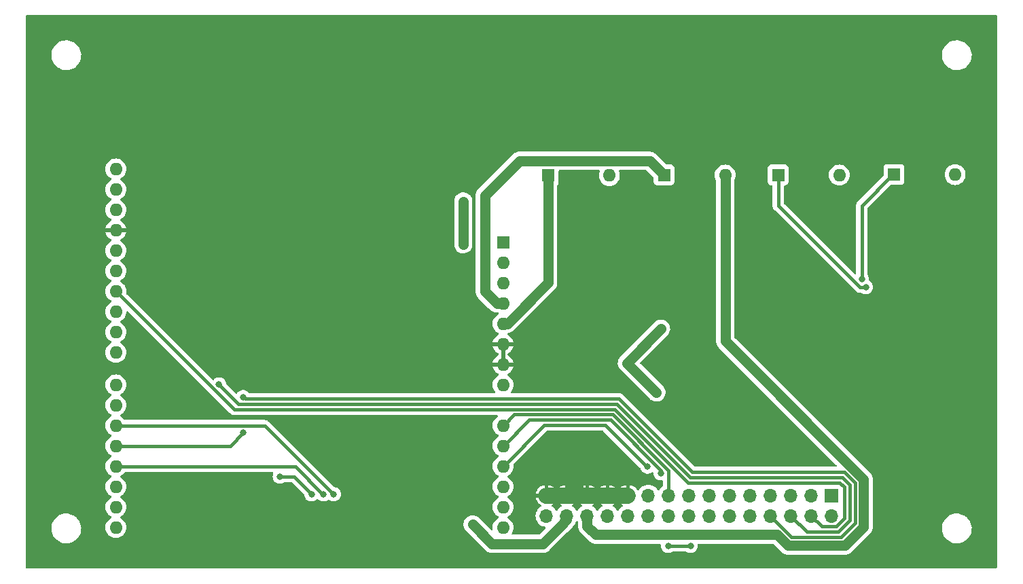
<source format=gbr>
%TF.GenerationSoftware,KiCad,Pcbnew,7.0.7*%
%TF.CreationDate,2024-01-02T14:59:55+01:00*%
%TF.ProjectId,arduino-uno-connector,61726475-696e-46f2-9d75-6e6f2d636f6e,rev?*%
%TF.SameCoordinates,Original*%
%TF.FileFunction,Copper,L2,Bot*%
%TF.FilePolarity,Positive*%
%FSLAX46Y46*%
G04 Gerber Fmt 4.6, Leading zero omitted, Abs format (unit mm)*
G04 Created by KiCad (PCBNEW 7.0.7) date 2024-01-02 14:59:55*
%MOMM*%
%LPD*%
G01*
G04 APERTURE LIST*
%TA.AperFunction,ComponentPad*%
%ADD10R,1.600000X1.600000*%
%TD*%
%TA.AperFunction,ComponentPad*%
%ADD11O,1.600000X1.600000*%
%TD*%
%TA.AperFunction,ComponentPad*%
%ADD12R,1.700000X1.700000*%
%TD*%
%TA.AperFunction,ComponentPad*%
%ADD13O,1.700000X1.700000*%
%TD*%
%TA.AperFunction,ViaPad*%
%ADD14C,0.800000*%
%TD*%
%TA.AperFunction,Conductor*%
%ADD15C,1.270000*%
%TD*%
%TA.AperFunction,Conductor*%
%ADD16C,0.400000*%
%TD*%
%TA.AperFunction,Conductor*%
%ADD17C,2.000000*%
%TD*%
G04 APERTURE END LIST*
D10*
%TO.P,SW4,1,A*%
%TO.N,STP_B*%
X140165500Y-75888000D03*
D11*
%TO.P,SW4,2,B*%
%TO.N,STP_C*%
X147785500Y-75888000D03*
%TD*%
D10*
%TO.P,SW1,1,A*%
%TO.N,5V_Controller*%
X97070500Y-76004000D03*
D11*
%TO.P,SW1,2,B*%
%TO.N,5V*%
X104690500Y-76004000D03*
%TD*%
D10*
%TO.P,SW2,1,A*%
%TO.N,3V3_Controller*%
X111506000Y-75946000D03*
D11*
%TO.P,SW2,2,B*%
%TO.N,3V3*%
X119126000Y-75946000D03*
%TD*%
D12*
%TO.P,J1,1,Pin_1*%
%TO.N,ENDSTOP_Z+*%
X132410000Y-115900000D03*
D13*
%TO.P,J1,2,Pin_2*%
%TO.N,DIR_E*%
X132410000Y-118440000D03*
%TO.P,J1,3,Pin_3*%
%TO.N,ENDSTOP_Z-*%
X129870000Y-115900000D03*
%TO.P,J1,4,Pin_4*%
%TO.N,STP_E*%
X129870000Y-118440000D03*
%TO.P,J1,5,Pin_5*%
%TO.N,ENDSTOP_Y+*%
X127330000Y-115900000D03*
%TO.P,J1,6,Pin_6*%
%TO.N,DIR_D*%
X127330000Y-118440000D03*
%TO.P,J1,7,Pin_7*%
%TO.N,ENDSTOP_Y-*%
X124790000Y-115900000D03*
%TO.P,J1,8,Pin_8*%
%TO.N,STP_D*%
X124790000Y-118440000D03*
%TO.P,J1,9,Pin_9*%
%TO.N,ENDSTOP_X+*%
X122250000Y-115900000D03*
%TO.P,J1,10,Pin_10*%
%TO.N,DIR_C*%
X122250000Y-118440000D03*
%TO.P,J1,11,Pin_11*%
%TO.N,ENDSTOP_X-*%
X119710000Y-115900000D03*
%TO.P,J1,12,Pin_12*%
%TO.N,STP_C*%
X119710000Y-118440000D03*
%TO.P,J1,13,Pin_13*%
%TO.N,RESUME*%
X117170000Y-115900000D03*
%TO.P,J1,14,Pin_14*%
%TO.N,DIR_B*%
X117170000Y-118440000D03*
%TO.P,J1,15,Pin_15*%
%TO.N,HOLD*%
X114630000Y-115900000D03*
%TO.P,J1,16,Pin_16*%
%TO.N,STP_B*%
X114630000Y-118440000D03*
%TO.P,J1,17,Pin_17*%
%TO.N,ABORT*%
X112090000Y-115900000D03*
%TO.P,J1,18,Pin_18*%
%TO.N,DIR_A*%
X112090000Y-118440000D03*
%TO.P,J1,19,Pin_19*%
%TO.N,RST*%
X109550000Y-115900000D03*
%TO.P,J1,20,Pin_20*%
%TO.N,STP_A*%
X109550000Y-118440000D03*
%TO.P,J1,21,Pin_21*%
%TO.N,GND*%
X107010000Y-115900000D03*
%TO.P,J1,22,Pin_22*%
%TO.N,EN*%
X107010000Y-118440000D03*
%TO.P,J1,23,Pin_23*%
%TO.N,GND*%
X104470000Y-115900000D03*
%TO.P,J1,24,Pin_24*%
%TO.N,EN_COOLANT*%
X104470000Y-118440000D03*
%TO.P,J1,25,Pin_25*%
%TO.N,GND*%
X101930000Y-115900000D03*
%TO.P,J1,26,Pin_26*%
%TO.N,3V3*%
X101930000Y-118440000D03*
%TO.P,J1,27,Pin_27*%
%TO.N,GND*%
X99390000Y-115900000D03*
%TO.P,J1,28,Pin_28*%
%TO.N,5V*%
X99390000Y-118440000D03*
%TO.P,J1,29,Pin_29*%
%TO.N,GND*%
X96850000Y-115900000D03*
%TO.P,J1,30,Pin_30*%
%TO.N,V_EXT*%
X96850000Y-118440000D03*
%TD*%
D10*
%TO.P,SW3,1,A*%
%TO.N,DIR_B*%
X125730000Y-75946000D03*
D11*
%TO.P,SW3,2,B*%
%TO.N,DIR_C*%
X133350000Y-75946000D03*
%TD*%
D10*
%TO.P,A1,1,NC*%
%TO.N,unconnected-(A1-NC-Pad1)*%
X91440000Y-84328000D03*
D11*
%TO.P,A1,2,IOREF*%
%TO.N,unconnected-(A1-IOREF-Pad2)*%
X91440000Y-86868000D03*
%TO.P,A1,3,~{RESET}*%
%TO.N,RST*%
X91440000Y-89408000D03*
%TO.P,A1,4,3V3*%
%TO.N,3V3_Controller*%
X91440000Y-91948000D03*
%TO.P,A1,5,+5V*%
%TO.N,5V_Controller*%
X91440000Y-94488000D03*
%TO.P,A1,6,GND*%
%TO.N,GND*%
X91440000Y-97028000D03*
%TO.P,A1,7,GND*%
X91440000Y-99568000D03*
%TO.P,A1,8,VIN*%
%TO.N,unconnected-(A1-VIN-Pad8)*%
X91440000Y-102108000D03*
%TO.P,A1,9,A0*%
%TO.N,ABORT*%
X91440000Y-107188000D03*
%TO.P,A1,10,A1*%
%TO.N,HOLD*%
X91440000Y-109728000D03*
%TO.P,A1,11,A2*%
%TO.N,RESUME*%
X91440000Y-112268000D03*
%TO.P,A1,12,A3*%
%TO.N,EN_COOLANT*%
X91440000Y-114808000D03*
%TO.P,A1,13,SDA/A4*%
%TO.N,unconnected-(A1-SDA{slash}A4-Pad13)*%
X91440000Y-117348000D03*
%TO.P,A1,14,SCL/A5*%
%TO.N,unconnected-(A1-SCL{slash}A5-Pad14)*%
X91440000Y-119888000D03*
%TO.P,A1,15,D0/RX*%
%TO.N,unconnected-(A1-D0{slash}RX-Pad15)*%
X43180000Y-119888000D03*
%TO.P,A1,16,D1/TX*%
%TO.N,unconnected-(A1-D1{slash}TX-Pad16)*%
X43180000Y-117348000D03*
%TO.P,A1,17,D2*%
%TO.N,STP_A*%
X43180000Y-114808000D03*
%TO.P,A1,18,D3*%
%TO.N,STP_B*%
X43180000Y-112268000D03*
%TO.P,A1,19,D4*%
%TO.N,STP_D*%
X43180000Y-109728000D03*
%TO.P,A1,20,D5*%
%TO.N,DIR_A*%
X43180000Y-107188000D03*
%TO.P,A1,21,D6*%
%TO.N,DIR_B*%
X43180000Y-104648000D03*
%TO.P,A1,22,D7*%
%TO.N,DIR_D*%
X43180000Y-102108000D03*
%TO.P,A1,23,D8*%
%TO.N,EN*%
X43180000Y-98048000D03*
%TO.P,A1,24,D9*%
%TO.N,ENDSTOP_X-*%
X43180000Y-95508000D03*
%TO.P,A1,25,D10*%
%TO.N,ENDSTOP_Y-*%
X43180000Y-92968000D03*
%TO.P,A1,26,D11*%
%TO.N,STP_E*%
X43180000Y-90428000D03*
%TO.P,A1,27,D12*%
%TO.N,ENDSTOP_Z-*%
X43180000Y-87888000D03*
%TO.P,A1,28,D13*%
%TO.N,DIR_E*%
X43180000Y-85348000D03*
%TO.P,A1,29,GND*%
%TO.N,GND*%
X43180000Y-82808000D03*
%TO.P,A1,30,AREF*%
%TO.N,unconnected-(A1-AREF-Pad30)*%
X43180000Y-80268000D03*
%TO.P,A1,31,SDA/A4*%
%TO.N,unconnected-(A1-SDA{slash}A4-Pad31)*%
X43180000Y-77728000D03*
%TO.P,A1,32,SCL/A5*%
%TO.N,unconnected-(A1-SCL{slash}A5-Pad32)*%
X43180000Y-75188000D03*
%TD*%
D14*
%TO.N,5V*%
X87630000Y-119507000D03*
X86487000Y-79248000D03*
X86487000Y-84582000D03*
X110553500Y-103060500D03*
X106870500Y-99377500D03*
X111125000Y-95123000D03*
%TO.N,HOLD*%
X111103182Y-113121500D03*
%TO.N,RESUME*%
X109441984Y-112300016D03*
%TO.N,GND*%
X100457000Y-102616000D03*
X100457000Y-108839000D03*
X86487000Y-102616000D03*
X86487000Y-106426000D03*
%TO.N,DIR_D*%
X56037016Y-102077984D03*
%TO.N,STP_D*%
X59055000Y-108077000D03*
X59055000Y-103632000D03*
%TO.N,DIR_B*%
X67564000Y-115729016D03*
X136652000Y-89916000D03*
X63627000Y-113538000D03*
%TO.N,STP_B*%
X136144000Y-88900000D03*
X69055984Y-115729016D03*
X112014000Y-122174000D03*
X114808000Y-122174000D03*
%TO.N,DIR_A*%
X70318665Y-115736335D03*
%TD*%
D15*
%TO.N,3V3*%
X101930000Y-119710000D02*
X102997000Y-120777000D01*
X134034078Y-122141000D02*
X136382000Y-119793079D01*
X126950922Y-122141000D02*
X134034078Y-122141000D01*
X125586922Y-120777000D02*
X126950922Y-122141000D01*
X101930000Y-118440000D02*
X101930000Y-119710000D01*
X136382000Y-113874130D02*
X119126000Y-96618130D01*
X119126000Y-96618130D02*
X119126000Y-75946000D01*
X136382000Y-119793079D02*
X136382000Y-113874130D01*
X102997000Y-120777000D02*
X125586922Y-120777000D01*
%TO.N,5V*%
X99390000Y-118440000D02*
X99390000Y-118923000D01*
X106870500Y-99377500D02*
X110553500Y-103060500D01*
X96393000Y-121920000D02*
X90043000Y-121920000D01*
X98552000Y-119761000D02*
X96393000Y-121920000D01*
X90043000Y-121920000D02*
X87630000Y-119507000D01*
X99390000Y-118923000D02*
X98552000Y-119761000D01*
X86487000Y-84582000D02*
X86487000Y-79248000D01*
X106870500Y-99377500D02*
X111125000Y-95123000D01*
D16*
%TO.N,ABORT*%
X105083896Y-105810000D02*
X92818000Y-105810000D01*
X112090000Y-115900000D02*
X112090000Y-112816104D01*
X92818000Y-105810000D02*
X91440000Y-107188000D01*
X112090000Y-112816104D02*
X105083896Y-105810000D01*
%TO.N,HOLD*%
X111103182Y-113121500D02*
X111103182Y-112754182D01*
X104813000Y-106464000D02*
X94704000Y-106464000D01*
X111103182Y-112754182D02*
X104813000Y-106464000D01*
X94704000Y-106464000D02*
X91440000Y-109728000D01*
%TO.N,RESUME*%
X96590000Y-107118000D02*
X91440000Y-112268000D01*
X109441984Y-112300016D02*
X109379016Y-112300016D01*
X104197000Y-107118000D02*
X96590000Y-107118000D01*
X109379016Y-112300016D02*
X104197000Y-107118000D01*
D17*
%TO.N,GND*%
X96850000Y-115900000D02*
X107010000Y-115900000D01*
X100457000Y-115646000D02*
X100203000Y-115900000D01*
X100203000Y-115900000D02*
X96850000Y-115900000D01*
X100457000Y-108839000D02*
X100457000Y-115646000D01*
D15*
%TO.N,3V3_Controller*%
X90678000Y-91948000D02*
X89154000Y-90424000D01*
X89154000Y-78486000D02*
X93472000Y-74168000D01*
X91440000Y-91948000D02*
X90678000Y-91948000D01*
X89154000Y-90424000D02*
X89154000Y-78486000D01*
X109728000Y-74168000D02*
X111506000Y-75946000D01*
X93472000Y-74168000D02*
X109728000Y-74168000D01*
%TO.N,5V_Controller*%
X91440000Y-94488000D02*
X91948000Y-94488000D01*
X97070500Y-89365500D02*
X97070500Y-76004000D01*
X91948000Y-94488000D02*
X97070500Y-89365500D01*
D16*
%TO.N,STP_E*%
X133985000Y-118709135D02*
X133985000Y-114867000D01*
X133418000Y-114300000D02*
X114498792Y-114300000D01*
X57908000Y-105156000D02*
X43180000Y-90428000D01*
X129870000Y-118440000D02*
X131174000Y-119744000D01*
X132950135Y-119744000D02*
X133985000Y-118709135D01*
X131174000Y-119744000D02*
X132950135Y-119744000D01*
X114498792Y-114300000D02*
X105354792Y-105156000D01*
X133985000Y-114867000D02*
X133418000Y-114300000D01*
X105354792Y-105156000D02*
X57908000Y-105156000D01*
%TO.N,DIR_D*%
X105625688Y-104502000D02*
X58461032Y-104502000D01*
X58461032Y-104502000D02*
X56037016Y-102077984D01*
X134639000Y-114596104D02*
X133688896Y-113646000D01*
X132214117Y-113646000D02*
X132867117Y-113646000D01*
X133221031Y-120398000D02*
X134639000Y-118980031D01*
X134639000Y-118980031D02*
X134639000Y-114596104D01*
X114769688Y-113646000D02*
X105625688Y-104502000D01*
X129288000Y-120398000D02*
X133221031Y-120398000D01*
X132214117Y-113646000D02*
X114769688Y-113646000D01*
X127330000Y-118440000D02*
X129288000Y-120398000D01*
X133688896Y-113646000D02*
X132867117Y-113646000D01*
%TO.N,STP_D*%
X115040584Y-112992000D02*
X105896584Y-103848000D01*
X127402000Y-121052000D02*
X133583000Y-121052000D01*
X133959792Y-112992000D02*
X115040584Y-112992000D01*
X124790000Y-118440000D02*
X127402000Y-121052000D01*
X105896584Y-103848000D02*
X59271000Y-103848000D01*
X135293000Y-114325208D02*
X133959792Y-112992000D01*
X133583000Y-121052000D02*
X135293000Y-119342000D01*
X59055000Y-108077000D02*
X57404000Y-109728000D01*
X57404000Y-109728000D02*
X43180000Y-109728000D01*
X59271000Y-103848000D02*
X59055000Y-103632000D01*
X135293000Y-119342000D02*
X135293000Y-114325208D01*
%TO.N,DIR_B*%
X135890000Y-89916000D02*
X125730000Y-79756000D01*
X136652000Y-89916000D02*
X135890000Y-89916000D01*
X63627000Y-113538000D02*
X65372984Y-113538000D01*
X125730000Y-79756000D02*
X125730000Y-75946000D01*
X65372984Y-113538000D02*
X67564000Y-115729016D01*
%TO.N,STP_B*%
X136144000Y-79756000D02*
X140012000Y-75888000D01*
X112014000Y-122174000D02*
X114808000Y-122174000D01*
X65532000Y-112268000D02*
X43180000Y-112268000D01*
X140012000Y-75888000D02*
X140165500Y-75888000D01*
X136144000Y-88900000D02*
X136144000Y-79756000D01*
X69055984Y-115729016D02*
X68993016Y-115729016D01*
X68993016Y-115729016D02*
X65532000Y-112268000D01*
%TO.N,DIR_A*%
X70270335Y-115736335D02*
X61722000Y-107188000D01*
X61722000Y-107188000D02*
X43180000Y-107188000D01*
X70318665Y-115736335D02*
X70270335Y-115736335D01*
%TD*%
%TA.AperFunction,Conductor*%
%TO.N,GND*%
G36*
X103922520Y-107838185D02*
G01*
X103943162Y-107854819D01*
X108525486Y-112437143D01*
X108555736Y-112486506D01*
X108614802Y-112668293D01*
X108614805Y-112668300D01*
X108709451Y-112832232D01*
X108789137Y-112920732D01*
X108836113Y-112972904D01*
X108989249Y-113084164D01*
X108989254Y-113084167D01*
X109162176Y-113161158D01*
X109162181Y-113161160D01*
X109347338Y-113200516D01*
X109347339Y-113200516D01*
X109536628Y-113200516D01*
X109536630Y-113200516D01*
X109721787Y-113161160D01*
X109894714Y-113084167D01*
X110001706Y-113006432D01*
X110067509Y-112982954D01*
X110135563Y-112998779D01*
X110184258Y-113048885D01*
X110197656Y-113115002D01*
X110197722Y-113115002D01*
X110197722Y-113115329D01*
X110198134Y-113117363D01*
X110197910Y-113119703D01*
X110197722Y-113121500D01*
X110217508Y-113309756D01*
X110217509Y-113309759D01*
X110276000Y-113489777D01*
X110276003Y-113489784D01*
X110370649Y-113653716D01*
X110447174Y-113738705D01*
X110497311Y-113794388D01*
X110650447Y-113905648D01*
X110650452Y-113905651D01*
X110823374Y-113982642D01*
X110823379Y-113982644D01*
X111008536Y-114022000D01*
X111008537Y-114022000D01*
X111197826Y-114022000D01*
X111197828Y-114022000D01*
X111239721Y-114013095D01*
X111309385Y-114018410D01*
X111365119Y-114060547D01*
X111389225Y-114126126D01*
X111389500Y-114134385D01*
X111389500Y-114677288D01*
X111369815Y-114744327D01*
X111336624Y-114778863D01*
X111218594Y-114861508D01*
X111051505Y-115028597D01*
X110921575Y-115214158D01*
X110866998Y-115257783D01*
X110797500Y-115264977D01*
X110735145Y-115233454D01*
X110718425Y-115214158D01*
X110588494Y-115028597D01*
X110421402Y-114861506D01*
X110421395Y-114861501D01*
X110227834Y-114725967D01*
X110227830Y-114725965D01*
X110123442Y-114677288D01*
X110013663Y-114626097D01*
X110013659Y-114626096D01*
X110013655Y-114626094D01*
X109785413Y-114564938D01*
X109785403Y-114564936D01*
X109550001Y-114544341D01*
X109549999Y-114544341D01*
X109314596Y-114564936D01*
X109314586Y-114564938D01*
X109086344Y-114626094D01*
X109086335Y-114626098D01*
X108872171Y-114725964D01*
X108872169Y-114725965D01*
X108678597Y-114861505D01*
X108511508Y-115028594D01*
X108381269Y-115214595D01*
X108326692Y-115258219D01*
X108257193Y-115265412D01*
X108194839Y-115233890D01*
X108178119Y-115214594D01*
X108048113Y-115028926D01*
X108048108Y-115028920D01*
X107881082Y-114861894D01*
X107687578Y-114726399D01*
X107473492Y-114626570D01*
X107473486Y-114626567D01*
X107260000Y-114569364D01*
X107260000Y-115287698D01*
X107240315Y-115354737D01*
X107187511Y-115400492D01*
X107118355Y-115410436D01*
X107045766Y-115400000D01*
X107045763Y-115400000D01*
X106974237Y-115400000D01*
X106974233Y-115400000D01*
X106901645Y-115410436D01*
X106832487Y-115400492D01*
X106779684Y-115354736D01*
X106760000Y-115287698D01*
X106760000Y-114569364D01*
X106759999Y-114569364D01*
X106546513Y-114626567D01*
X106546507Y-114626570D01*
X106332422Y-114726399D01*
X106332420Y-114726400D01*
X106138926Y-114861886D01*
X106138920Y-114861891D01*
X105971891Y-115028920D01*
X105971890Y-115028922D01*
X105841575Y-115215031D01*
X105786998Y-115258655D01*
X105717499Y-115265848D01*
X105655145Y-115234326D01*
X105638425Y-115215031D01*
X105508109Y-115028922D01*
X105508108Y-115028920D01*
X105341082Y-114861894D01*
X105147578Y-114726399D01*
X104933492Y-114626570D01*
X104933486Y-114626567D01*
X104720000Y-114569364D01*
X104720000Y-115287698D01*
X104700315Y-115354737D01*
X104647511Y-115400492D01*
X104578355Y-115410436D01*
X104505766Y-115400000D01*
X104505763Y-115400000D01*
X104434237Y-115400000D01*
X104434233Y-115400000D01*
X104361645Y-115410436D01*
X104292487Y-115400492D01*
X104239684Y-115354736D01*
X104220000Y-115287698D01*
X104220000Y-114569364D01*
X104219999Y-114569364D01*
X104006513Y-114626567D01*
X104006507Y-114626570D01*
X103792422Y-114726399D01*
X103792420Y-114726400D01*
X103598926Y-114861886D01*
X103598920Y-114861891D01*
X103431891Y-115028920D01*
X103431890Y-115028922D01*
X103301575Y-115215031D01*
X103246998Y-115258655D01*
X103177499Y-115265848D01*
X103115145Y-115234326D01*
X103098425Y-115215031D01*
X102968109Y-115028922D01*
X102968108Y-115028920D01*
X102801082Y-114861894D01*
X102607578Y-114726399D01*
X102393492Y-114626570D01*
X102393486Y-114626567D01*
X102179999Y-114569364D01*
X102179999Y-115287698D01*
X102160314Y-115354737D01*
X102107510Y-115400492D01*
X102038353Y-115410436D01*
X101965764Y-115400000D01*
X101965763Y-115400000D01*
X101894237Y-115400000D01*
X101894233Y-115400000D01*
X101821645Y-115410436D01*
X101752487Y-115400492D01*
X101699684Y-115354736D01*
X101680000Y-115287698D01*
X101680000Y-114569364D01*
X101679999Y-114569364D01*
X101466513Y-114626567D01*
X101466507Y-114626570D01*
X101252422Y-114726399D01*
X101252420Y-114726400D01*
X101058926Y-114861886D01*
X101058920Y-114861891D01*
X100891891Y-115028920D01*
X100891890Y-115028922D01*
X100761575Y-115215031D01*
X100706998Y-115258655D01*
X100637499Y-115265848D01*
X100575145Y-115234326D01*
X100558425Y-115215031D01*
X100428109Y-115028922D01*
X100428108Y-115028920D01*
X100261082Y-114861894D01*
X100067578Y-114726399D01*
X99853492Y-114626570D01*
X99853486Y-114626567D01*
X99640000Y-114569364D01*
X99640000Y-115287698D01*
X99620315Y-115354737D01*
X99567511Y-115400492D01*
X99498355Y-115410436D01*
X99425766Y-115400000D01*
X99425763Y-115400000D01*
X99354237Y-115400000D01*
X99281646Y-115410437D01*
X99212487Y-115400493D01*
X99159683Y-115354738D01*
X99139999Y-115287699D01*
X99139999Y-114569364D01*
X99139998Y-114569364D01*
X98926505Y-114626570D01*
X98712422Y-114726399D01*
X98712420Y-114726400D01*
X98518926Y-114861886D01*
X98518920Y-114861891D01*
X98351891Y-115028920D01*
X98351890Y-115028922D01*
X98221574Y-115215031D01*
X98166996Y-115258656D01*
X98097498Y-115265848D01*
X98035143Y-115234326D01*
X98018424Y-115215030D01*
X97888113Y-115028926D01*
X97888108Y-115028920D01*
X97721082Y-114861894D01*
X97527578Y-114726399D01*
X97313492Y-114626570D01*
X97313486Y-114626567D01*
X97100000Y-114569364D01*
X97100000Y-115287698D01*
X97080315Y-115354737D01*
X97027511Y-115400492D01*
X96958355Y-115410436D01*
X96885766Y-115400000D01*
X96885763Y-115400000D01*
X96814237Y-115400000D01*
X96814233Y-115400000D01*
X96741645Y-115410436D01*
X96672487Y-115400492D01*
X96619684Y-115354736D01*
X96600000Y-115287698D01*
X96600000Y-114569364D01*
X96599999Y-114569364D01*
X96386513Y-114626567D01*
X96386507Y-114626570D01*
X96172422Y-114726399D01*
X96172420Y-114726400D01*
X95978926Y-114861886D01*
X95978920Y-114861891D01*
X95811891Y-115028920D01*
X95811886Y-115028926D01*
X95676400Y-115222420D01*
X95676399Y-115222422D01*
X95576570Y-115436507D01*
X95576567Y-115436513D01*
X95519364Y-115649999D01*
X95519364Y-115650000D01*
X96236653Y-115650000D01*
X96303692Y-115669685D01*
X96349447Y-115722489D01*
X96359391Y-115791647D01*
X96355631Y-115808933D01*
X96350000Y-115828111D01*
X96350000Y-115971888D01*
X96355631Y-115991067D01*
X96355630Y-116060936D01*
X96317855Y-116119714D01*
X96254299Y-116148738D01*
X96236653Y-116150000D01*
X95519364Y-116150000D01*
X95576567Y-116363486D01*
X95576570Y-116363492D01*
X95676399Y-116577578D01*
X95811894Y-116771082D01*
X95978917Y-116938105D01*
X96164595Y-117068119D01*
X96208219Y-117122696D01*
X96215412Y-117192195D01*
X96183890Y-117254549D01*
X96164595Y-117271269D01*
X95978594Y-117401508D01*
X95811505Y-117568597D01*
X95675965Y-117762169D01*
X95675964Y-117762171D01*
X95576098Y-117976335D01*
X95576094Y-117976344D01*
X95514938Y-118204586D01*
X95514936Y-118204596D01*
X95494341Y-118439999D01*
X95494341Y-118440000D01*
X95514936Y-118675403D01*
X95514938Y-118675413D01*
X95576094Y-118903655D01*
X95576096Y-118903659D01*
X95576097Y-118903663D01*
X95625027Y-119008593D01*
X95675965Y-119117830D01*
X95675967Y-119117834D01*
X95758195Y-119235267D01*
X95811505Y-119311401D01*
X95978599Y-119478495D01*
X96075384Y-119546265D01*
X96172165Y-119614032D01*
X96172167Y-119614033D01*
X96172170Y-119614035D01*
X96386337Y-119713903D01*
X96614592Y-119775063D01*
X96641647Y-119777430D01*
X96706716Y-119802883D01*
X96747694Y-119859474D01*
X96751572Y-119929236D01*
X96718520Y-119988639D01*
X95958979Y-120748181D01*
X95897656Y-120781666D01*
X95871298Y-120784500D01*
X92638083Y-120784500D01*
X92571044Y-120764815D01*
X92525289Y-120712011D01*
X92515345Y-120642853D01*
X92536508Y-120589377D01*
X92538568Y-120586435D01*
X92570568Y-120540734D01*
X92666739Y-120334496D01*
X92725635Y-120114692D01*
X92745468Y-119888000D01*
X92744913Y-119881662D01*
X92734627Y-119764085D01*
X92725635Y-119661308D01*
X92666739Y-119441504D01*
X92570568Y-119235266D01*
X92440047Y-119048861D01*
X92440045Y-119048858D01*
X92279141Y-118887954D01*
X92092734Y-118757432D01*
X92092728Y-118757429D01*
X92034725Y-118730382D01*
X91982285Y-118684210D01*
X91963133Y-118617017D01*
X91983348Y-118550135D01*
X92034725Y-118505618D01*
X92092734Y-118478568D01*
X92279139Y-118348047D01*
X92440047Y-118187139D01*
X92570568Y-118000734D01*
X92666739Y-117794496D01*
X92725635Y-117574692D01*
X92745468Y-117348000D01*
X92725635Y-117121308D01*
X92666739Y-116901504D01*
X92570568Y-116695266D01*
X92440047Y-116508861D01*
X92440045Y-116508858D01*
X92279141Y-116347954D01*
X92092734Y-116217432D01*
X92092728Y-116217429D01*
X92034725Y-116190382D01*
X91982285Y-116144210D01*
X91963133Y-116077017D01*
X91983348Y-116010135D01*
X92034725Y-115965618D01*
X92092734Y-115938568D01*
X92279139Y-115808047D01*
X92440047Y-115647139D01*
X92570568Y-115460734D01*
X92666739Y-115254496D01*
X92725635Y-115034692D01*
X92745468Y-114808000D01*
X92725635Y-114581308D01*
X92666739Y-114361504D01*
X92570568Y-114155266D01*
X92449698Y-113982644D01*
X92440045Y-113968858D01*
X92279141Y-113807954D01*
X92092734Y-113677432D01*
X92092728Y-113677429D01*
X92034725Y-113650382D01*
X91982285Y-113604210D01*
X91963133Y-113537017D01*
X91983348Y-113470135D01*
X92034725Y-113425618D01*
X92092734Y-113398568D01*
X92279139Y-113268047D01*
X92440047Y-113107139D01*
X92570568Y-112920734D01*
X92666739Y-112714496D01*
X92725635Y-112494692D01*
X92745468Y-112268000D01*
X92744346Y-112255181D01*
X92743566Y-112246263D01*
X92725635Y-112041308D01*
X92725633Y-112041303D01*
X92725180Y-112036117D01*
X92738946Y-111967617D01*
X92761024Y-111937631D01*
X96843837Y-107854819D01*
X96905161Y-107821334D01*
X96931519Y-107818500D01*
X103855481Y-107818500D01*
X103922520Y-107838185D01*
G37*
%TD.AperFunction*%
%TA.AperFunction,Conductor*%
G36*
X98204855Y-116565673D02*
G01*
X98221575Y-116584968D01*
X98351894Y-116771082D01*
X98518917Y-116938105D01*
X98704595Y-117068119D01*
X98748219Y-117122696D01*
X98755412Y-117192195D01*
X98723890Y-117254549D01*
X98704595Y-117271269D01*
X98518594Y-117401508D01*
X98351505Y-117568597D01*
X98221575Y-117754158D01*
X98166998Y-117797783D01*
X98097500Y-117804977D01*
X98035145Y-117773454D01*
X98018425Y-117754158D01*
X97888494Y-117568597D01*
X97721402Y-117401506D01*
X97721401Y-117401505D01*
X97535842Y-117271575D01*
X97535405Y-117271269D01*
X97491781Y-117216692D01*
X97484588Y-117147193D01*
X97516110Y-117084839D01*
X97535405Y-117068119D01*
X97721082Y-116938105D01*
X97888105Y-116771082D01*
X98018425Y-116584968D01*
X98073002Y-116541344D01*
X98142501Y-116534151D01*
X98204855Y-116565673D01*
G37*
%TD.AperFunction*%
%TA.AperFunction,Conductor*%
G36*
X100744855Y-116565673D02*
G01*
X100761575Y-116584968D01*
X100891894Y-116771082D01*
X101058917Y-116938105D01*
X101244595Y-117068119D01*
X101288219Y-117122696D01*
X101295412Y-117192195D01*
X101263890Y-117254549D01*
X101244595Y-117271269D01*
X101058594Y-117401508D01*
X100891505Y-117568597D01*
X100761575Y-117754158D01*
X100706998Y-117797783D01*
X100637500Y-117804977D01*
X100575145Y-117773454D01*
X100558425Y-117754158D01*
X100428494Y-117568597D01*
X100261402Y-117401506D01*
X100261401Y-117401505D01*
X100075842Y-117271575D01*
X100075405Y-117271269D01*
X100031781Y-117216692D01*
X100024588Y-117147193D01*
X100056110Y-117084839D01*
X100075405Y-117068119D01*
X100261082Y-116938105D01*
X100428105Y-116771082D01*
X100558425Y-116584968D01*
X100613002Y-116541344D01*
X100682501Y-116534151D01*
X100744855Y-116565673D01*
G37*
%TD.AperFunction*%
%TA.AperFunction,Conductor*%
G36*
X103284855Y-116565673D02*
G01*
X103301575Y-116584968D01*
X103431894Y-116771082D01*
X103598917Y-116938105D01*
X103784595Y-117068119D01*
X103828219Y-117122696D01*
X103835412Y-117192195D01*
X103803890Y-117254549D01*
X103784595Y-117271269D01*
X103598594Y-117401508D01*
X103431505Y-117568597D01*
X103301575Y-117754158D01*
X103246998Y-117797783D01*
X103177500Y-117804977D01*
X103115145Y-117773454D01*
X103098425Y-117754158D01*
X102968494Y-117568597D01*
X102801402Y-117401506D01*
X102801401Y-117401505D01*
X102615842Y-117271575D01*
X102615405Y-117271269D01*
X102571781Y-117216692D01*
X102564588Y-117147193D01*
X102596110Y-117084839D01*
X102615405Y-117068119D01*
X102801082Y-116938105D01*
X102968105Y-116771082D01*
X103098425Y-116584968D01*
X103153002Y-116541344D01*
X103222501Y-116534151D01*
X103284855Y-116565673D01*
G37*
%TD.AperFunction*%
%TA.AperFunction,Conductor*%
G36*
X105824855Y-116565673D02*
G01*
X105841575Y-116584968D01*
X105971894Y-116771082D01*
X106138917Y-116938105D01*
X106324595Y-117068119D01*
X106368219Y-117122696D01*
X106375412Y-117192195D01*
X106343890Y-117254549D01*
X106324595Y-117271269D01*
X106138594Y-117401508D01*
X105971505Y-117568597D01*
X105841575Y-117754158D01*
X105786998Y-117797783D01*
X105717500Y-117804977D01*
X105655145Y-117773454D01*
X105638425Y-117754158D01*
X105508494Y-117568597D01*
X105341402Y-117401506D01*
X105341401Y-117401505D01*
X105155842Y-117271575D01*
X105155405Y-117271269D01*
X105111781Y-117216692D01*
X105104588Y-117147193D01*
X105136110Y-117084839D01*
X105155405Y-117068119D01*
X105341082Y-116938105D01*
X105508105Y-116771082D01*
X105638425Y-116584968D01*
X105693002Y-116541344D01*
X105762501Y-116534151D01*
X105824855Y-116565673D01*
G37*
%TD.AperFunction*%
%TA.AperFunction,Conductor*%
G36*
X98843692Y-115669685D02*
G01*
X98889447Y-115722489D01*
X98899391Y-115791647D01*
X98895631Y-115808933D01*
X98890000Y-115828111D01*
X98890000Y-115971888D01*
X98895631Y-115991067D01*
X98895630Y-116060936D01*
X98857855Y-116119714D01*
X98794299Y-116148738D01*
X98776653Y-116150000D01*
X97463347Y-116150000D01*
X97396308Y-116130315D01*
X97350553Y-116077511D01*
X97340609Y-116008353D01*
X97344369Y-115991067D01*
X97350000Y-115971888D01*
X97350000Y-115828111D01*
X97344369Y-115808933D01*
X97344370Y-115739064D01*
X97382145Y-115680286D01*
X97445701Y-115651262D01*
X97463347Y-115650000D01*
X98776653Y-115650000D01*
X98843692Y-115669685D01*
G37*
%TD.AperFunction*%
%TA.AperFunction,Conductor*%
G36*
X101383692Y-115669685D02*
G01*
X101429447Y-115722489D01*
X101439391Y-115791647D01*
X101435631Y-115808933D01*
X101430000Y-115828111D01*
X101430000Y-115971888D01*
X101435631Y-115991067D01*
X101435630Y-116060936D01*
X101397855Y-116119714D01*
X101334299Y-116148738D01*
X101316653Y-116150000D01*
X100003347Y-116150000D01*
X99936308Y-116130315D01*
X99890553Y-116077511D01*
X99880609Y-116008353D01*
X99884369Y-115991067D01*
X99890000Y-115971888D01*
X99890000Y-115828111D01*
X99884369Y-115808933D01*
X99884370Y-115739064D01*
X99922145Y-115680286D01*
X99985701Y-115651262D01*
X100003347Y-115650000D01*
X101316653Y-115650000D01*
X101383692Y-115669685D01*
G37*
%TD.AperFunction*%
%TA.AperFunction,Conductor*%
G36*
X103923692Y-115669685D02*
G01*
X103969447Y-115722489D01*
X103979391Y-115791647D01*
X103975631Y-115808933D01*
X103970000Y-115828111D01*
X103970000Y-115971888D01*
X103975631Y-115991067D01*
X103975630Y-116060936D01*
X103937855Y-116119714D01*
X103874299Y-116148738D01*
X103856653Y-116150000D01*
X102543347Y-116150000D01*
X102476308Y-116130315D01*
X102430553Y-116077511D01*
X102420609Y-116008353D01*
X102424369Y-115991067D01*
X102430000Y-115971888D01*
X102430000Y-115828111D01*
X102424369Y-115808933D01*
X102424370Y-115739064D01*
X102462145Y-115680286D01*
X102525701Y-115651262D01*
X102543347Y-115650000D01*
X103856653Y-115650000D01*
X103923692Y-115669685D01*
G37*
%TD.AperFunction*%
%TA.AperFunction,Conductor*%
G36*
X106463692Y-115669685D02*
G01*
X106509447Y-115722489D01*
X106519391Y-115791647D01*
X106515631Y-115808933D01*
X106510000Y-115828111D01*
X106510000Y-115971888D01*
X106515631Y-115991067D01*
X106515630Y-116060936D01*
X106477855Y-116119714D01*
X106414299Y-116148738D01*
X106396653Y-116150000D01*
X105083347Y-116150000D01*
X105016308Y-116130315D01*
X104970553Y-116077511D01*
X104960609Y-116008353D01*
X104964369Y-115991067D01*
X104970000Y-115971888D01*
X104970000Y-115828111D01*
X104964369Y-115808933D01*
X104964370Y-115739064D01*
X105002145Y-115680286D01*
X105065701Y-115651262D01*
X105083347Y-115650000D01*
X106396653Y-115650000D01*
X106463692Y-115669685D01*
G37*
%TD.AperFunction*%
%TA.AperFunction,Conductor*%
G36*
X91617512Y-97527507D02*
G01*
X91670315Y-97573262D01*
X91690000Y-97640301D01*
X91690000Y-98955698D01*
X91670315Y-99022737D01*
X91617511Y-99068492D01*
X91548355Y-99078436D01*
X91475766Y-99068000D01*
X91475763Y-99068000D01*
X91404237Y-99068000D01*
X91404233Y-99068000D01*
X91331645Y-99078436D01*
X91262487Y-99068492D01*
X91209684Y-99022736D01*
X91190000Y-98955698D01*
X91190000Y-97640301D01*
X91209685Y-97573262D01*
X91262489Y-97527507D01*
X91331647Y-97517563D01*
X91404237Y-97528000D01*
X91404238Y-97528000D01*
X91475762Y-97528000D01*
X91475763Y-97528000D01*
X91548353Y-97517563D01*
X91617512Y-97527507D01*
G37*
%TD.AperFunction*%
%TA.AperFunction,Conductor*%
G36*
X152942539Y-56020185D02*
G01*
X152988294Y-56072989D01*
X152999500Y-56124500D01*
X152999500Y-124875500D01*
X152979815Y-124942539D01*
X152927011Y-124988294D01*
X152875500Y-124999500D01*
X32099100Y-124999500D01*
X32032061Y-124979815D01*
X31986306Y-124927011D01*
X31975100Y-124875500D01*
X31975100Y-120067909D01*
X35141779Y-120067909D01*
X35171468Y-120337735D01*
X35171470Y-120337748D01*
X35236485Y-120586436D01*
X35240132Y-120600384D01*
X35346303Y-120850224D01*
X35369385Y-120888045D01*
X35487716Y-121081940D01*
X35487717Y-121081942D01*
X35564025Y-121173635D01*
X35661368Y-121290604D01*
X35863546Y-121471757D01*
X36089947Y-121621542D01*
X36335743Y-121736767D01*
X36595697Y-121814975D01*
X36864268Y-121854500D01*
X36864273Y-121854500D01*
X37067786Y-121854500D01*
X37119394Y-121850722D01*
X37270740Y-121839645D01*
X37381488Y-121814975D01*
X37535702Y-121780623D01*
X37535704Y-121780622D01*
X37535709Y-121780621D01*
X37789261Y-121683646D01*
X38025991Y-121550786D01*
X38240853Y-121384875D01*
X38429269Y-121189447D01*
X38587223Y-120968668D01*
X38711348Y-120727244D01*
X38772147Y-120549027D01*
X38798994Y-120470333D01*
X38798994Y-120470329D01*
X38798998Y-120470320D01*
X38848306Y-120203371D01*
X38858220Y-119932089D01*
X38853369Y-119888001D01*
X41874532Y-119888001D01*
X41894364Y-120114686D01*
X41894366Y-120114697D01*
X41953258Y-120334488D01*
X41953261Y-120334497D01*
X42049431Y-120540732D01*
X42049432Y-120540734D01*
X42179954Y-120727141D01*
X42340858Y-120888045D01*
X42340861Y-120888047D01*
X42527266Y-121018568D01*
X42733504Y-121114739D01*
X42953308Y-121173635D01*
X43115230Y-121187801D01*
X43179998Y-121193468D01*
X43180000Y-121193468D01*
X43180002Y-121193468D01*
X43236673Y-121188509D01*
X43406692Y-121173635D01*
X43626496Y-121114739D01*
X43832734Y-121018568D01*
X44019139Y-120888047D01*
X44180047Y-120727139D01*
X44310568Y-120540734D01*
X44406739Y-120334496D01*
X44465635Y-120114692D01*
X44485468Y-119888000D01*
X44484913Y-119881662D01*
X44474627Y-119764085D01*
X44465635Y-119661308D01*
X44406739Y-119441504D01*
X44310568Y-119235266D01*
X44180047Y-119048861D01*
X44180045Y-119048858D01*
X44019141Y-118887954D01*
X43832734Y-118757432D01*
X43832728Y-118757429D01*
X43774725Y-118730382D01*
X43722285Y-118684210D01*
X43703133Y-118617017D01*
X43723348Y-118550135D01*
X43774725Y-118505618D01*
X43832734Y-118478568D01*
X44019139Y-118348047D01*
X44180047Y-118187139D01*
X44310568Y-118000734D01*
X44406739Y-117794496D01*
X44465635Y-117574692D01*
X44485468Y-117348000D01*
X44465635Y-117121308D01*
X44406739Y-116901504D01*
X44310568Y-116695266D01*
X44180047Y-116508861D01*
X44180045Y-116508858D01*
X44019141Y-116347954D01*
X43861994Y-116237920D01*
X43832734Y-116217432D01*
X43774722Y-116190380D01*
X43722284Y-116144208D01*
X43703133Y-116077014D01*
X43723349Y-116010133D01*
X43774721Y-115965619D01*
X43832734Y-115938568D01*
X44019139Y-115808047D01*
X44180047Y-115647139D01*
X44310568Y-115460734D01*
X44406739Y-115254496D01*
X44465635Y-115034692D01*
X44485468Y-114808000D01*
X44465635Y-114581308D01*
X44406739Y-114361504D01*
X44310568Y-114155266D01*
X44189698Y-113982644D01*
X44180045Y-113968858D01*
X44019141Y-113807954D01*
X43902467Y-113726259D01*
X43832734Y-113677432D01*
X43774722Y-113650380D01*
X43722284Y-113604208D01*
X43703133Y-113537014D01*
X43723349Y-113470133D01*
X43774721Y-113425619D01*
X43832734Y-113398568D01*
X44019139Y-113268047D01*
X44180047Y-113107139D01*
X44213874Y-113058828D01*
X44240098Y-113021377D01*
X44294675Y-112977752D01*
X44341673Y-112968500D01*
X62701219Y-112968500D01*
X62768258Y-112988185D01*
X62814013Y-113040989D01*
X62823957Y-113110147D01*
X62808607Y-113154499D01*
X62799820Y-113169718D01*
X62799818Y-113169722D01*
X62748564Y-113327467D01*
X62741326Y-113349744D01*
X62721540Y-113538000D01*
X62741326Y-113726256D01*
X62741327Y-113726259D01*
X62799818Y-113906277D01*
X62799821Y-113906284D01*
X62894467Y-114070216D01*
X63021129Y-114210888D01*
X63174265Y-114322148D01*
X63174270Y-114322151D01*
X63347192Y-114399142D01*
X63347197Y-114399144D01*
X63532354Y-114438500D01*
X63532355Y-114438500D01*
X63721644Y-114438500D01*
X63721646Y-114438500D01*
X63906803Y-114399144D01*
X64079730Y-114322151D01*
X64144877Y-114274819D01*
X64162271Y-114262182D01*
X64228077Y-114238702D01*
X64235156Y-114238500D01*
X65031465Y-114238500D01*
X65098504Y-114258185D01*
X65119146Y-114274819D01*
X66637495Y-115793168D01*
X66670980Y-115854491D01*
X66673134Y-115867885D01*
X66678325Y-115917265D01*
X66678327Y-115917276D01*
X66736818Y-116097293D01*
X66736821Y-116097300D01*
X66831467Y-116261232D01*
X66878356Y-116313307D01*
X66958129Y-116401904D01*
X67111265Y-116513164D01*
X67111270Y-116513167D01*
X67284192Y-116590158D01*
X67284197Y-116590160D01*
X67469354Y-116629516D01*
X67469355Y-116629516D01*
X67658644Y-116629516D01*
X67658646Y-116629516D01*
X67843803Y-116590160D01*
X68016730Y-116513167D01*
X68169871Y-116401904D01*
X68217843Y-116348624D01*
X68277328Y-116311978D01*
X68347185Y-116313307D01*
X68402139Y-116348624D01*
X68448399Y-116400000D01*
X68450113Y-116401904D01*
X68603249Y-116513164D01*
X68603254Y-116513167D01*
X68776176Y-116590158D01*
X68776181Y-116590160D01*
X68961338Y-116629516D01*
X68961339Y-116629516D01*
X69150628Y-116629516D01*
X69150630Y-116629516D01*
X69335787Y-116590160D01*
X69508714Y-116513167D01*
X69609403Y-116440012D01*
X69675208Y-116416533D01*
X69743262Y-116432358D01*
X69755172Y-116440013D01*
X69865930Y-116520483D01*
X69865935Y-116520486D01*
X70038857Y-116597477D01*
X70038862Y-116597479D01*
X70224019Y-116636835D01*
X70224020Y-116636835D01*
X70413309Y-116636835D01*
X70413311Y-116636835D01*
X70598468Y-116597479D01*
X70771395Y-116520486D01*
X70924536Y-116409223D01*
X71051198Y-116268551D01*
X71145844Y-116104619D01*
X71204339Y-115924591D01*
X71224125Y-115736335D01*
X71204339Y-115548079D01*
X71145844Y-115368051D01*
X71051198Y-115204119D01*
X70924536Y-115063447D01*
X70884965Y-115034697D01*
X70771399Y-114952186D01*
X70771394Y-114952183D01*
X70598472Y-114875192D01*
X70598467Y-114875190D01*
X70452666Y-114844200D01*
X70413311Y-114835835D01*
X70413310Y-114835835D01*
X70411854Y-114835835D01*
X70411041Y-114835596D01*
X70406843Y-114835155D01*
X70406923Y-114834387D01*
X70344815Y-114816150D01*
X70324173Y-114799516D01*
X66383223Y-110858566D01*
X62233598Y-106708941D01*
X62231064Y-106706250D01*
X62189929Y-106659817D01*
X62189928Y-106659816D01*
X62189924Y-106659812D01*
X62138896Y-106624591D01*
X62135887Y-106622377D01*
X62087060Y-106584124D01*
X62087055Y-106584120D01*
X62077813Y-106579961D01*
X62058266Y-106568936D01*
X62049931Y-106563183D01*
X62049932Y-106563183D01*
X62049930Y-106563182D01*
X61991941Y-106541189D01*
X61988490Y-106539759D01*
X61931930Y-106514304D01*
X61921946Y-106512474D01*
X61900343Y-106506451D01*
X61890874Y-106502860D01*
X61890870Y-106502859D01*
X61829313Y-106495384D01*
X61825612Y-106494821D01*
X61764608Y-106483642D01*
X61764603Y-106483642D01*
X61702697Y-106487387D01*
X61698952Y-106487500D01*
X44341673Y-106487500D01*
X44274634Y-106467815D01*
X44240098Y-106434623D01*
X44180045Y-106348858D01*
X44019141Y-106187954D01*
X43832734Y-106057432D01*
X43832728Y-106057429D01*
X43774725Y-106030382D01*
X43722285Y-105984210D01*
X43703133Y-105917017D01*
X43723348Y-105850135D01*
X43774725Y-105805618D01*
X43780749Y-105802809D01*
X43832734Y-105778568D01*
X44019139Y-105648047D01*
X44180047Y-105487139D01*
X44310568Y-105300734D01*
X44406739Y-105094496D01*
X44465635Y-104874692D01*
X44485468Y-104648000D01*
X44465635Y-104421308D01*
X44406739Y-104201504D01*
X44310568Y-103995266D01*
X44180047Y-103808861D01*
X44180045Y-103808858D01*
X44019141Y-103647954D01*
X43832734Y-103517432D01*
X43832728Y-103517429D01*
X43774725Y-103490382D01*
X43722285Y-103444210D01*
X43703133Y-103377017D01*
X43723348Y-103310135D01*
X43774725Y-103265618D01*
X43778804Y-103263716D01*
X43832734Y-103238568D01*
X44019139Y-103108047D01*
X44180047Y-102947139D01*
X44310568Y-102760734D01*
X44406739Y-102554496D01*
X44465635Y-102334692D01*
X44485468Y-102108000D01*
X44465635Y-101881308D01*
X44406739Y-101661504D01*
X44310568Y-101455266D01*
X44180047Y-101268861D01*
X44180045Y-101268858D01*
X44019141Y-101107954D01*
X43832734Y-100977432D01*
X43832732Y-100977431D01*
X43626497Y-100881261D01*
X43626488Y-100881258D01*
X43406697Y-100822366D01*
X43406693Y-100822365D01*
X43406692Y-100822365D01*
X43406691Y-100822364D01*
X43406686Y-100822364D01*
X43180002Y-100802532D01*
X43179998Y-100802532D01*
X42953313Y-100822364D01*
X42953302Y-100822366D01*
X42733511Y-100881258D01*
X42733502Y-100881261D01*
X42527267Y-100977431D01*
X42527265Y-100977432D01*
X42340858Y-101107954D01*
X42179954Y-101268858D01*
X42049432Y-101455265D01*
X42049431Y-101455267D01*
X41953261Y-101661502D01*
X41953258Y-101661511D01*
X41894366Y-101881302D01*
X41894364Y-101881313D01*
X41874532Y-102107998D01*
X41874532Y-102108001D01*
X41894364Y-102334686D01*
X41894366Y-102334697D01*
X41953258Y-102554488D01*
X41953261Y-102554497D01*
X42049431Y-102760732D01*
X42049432Y-102760734D01*
X42179954Y-102947141D01*
X42340858Y-103108045D01*
X42387693Y-103140839D01*
X42527266Y-103238568D01*
X42581196Y-103263716D01*
X42585275Y-103265618D01*
X42637714Y-103311791D01*
X42656866Y-103378984D01*
X42636650Y-103445865D01*
X42585275Y-103490382D01*
X42527267Y-103517431D01*
X42527265Y-103517432D01*
X42340858Y-103647954D01*
X42179954Y-103808858D01*
X42049432Y-103995265D01*
X42049431Y-103995267D01*
X41953261Y-104201502D01*
X41953258Y-104201511D01*
X41894366Y-104421302D01*
X41894364Y-104421313D01*
X41874532Y-104647998D01*
X41874532Y-104648001D01*
X41894364Y-104874686D01*
X41894366Y-104874697D01*
X41953258Y-105094488D01*
X41953261Y-105094497D01*
X42049431Y-105300732D01*
X42049432Y-105300734D01*
X42179954Y-105487141D01*
X42340858Y-105648045D01*
X42340861Y-105648047D01*
X42527266Y-105778568D01*
X42579251Y-105802809D01*
X42585275Y-105805618D01*
X42637714Y-105851791D01*
X42656866Y-105918984D01*
X42636650Y-105985865D01*
X42585275Y-106030382D01*
X42527267Y-106057431D01*
X42527265Y-106057432D01*
X42340858Y-106187954D01*
X42179954Y-106348858D01*
X42049432Y-106535265D01*
X42049431Y-106535267D01*
X41953261Y-106741502D01*
X41953258Y-106741511D01*
X41894366Y-106961302D01*
X41894364Y-106961313D01*
X41874532Y-107187998D01*
X41874532Y-107188001D01*
X41894364Y-107414686D01*
X41894366Y-107414697D01*
X41953258Y-107634488D01*
X41953261Y-107634497D01*
X42049431Y-107840732D01*
X42049432Y-107840734D01*
X42179954Y-108027141D01*
X42340858Y-108188045D01*
X42340861Y-108188047D01*
X42527266Y-108318568D01*
X42585278Y-108345619D01*
X42637713Y-108391788D01*
X42656866Y-108458982D01*
X42636651Y-108525863D01*
X42585277Y-108570380D01*
X42527268Y-108597430D01*
X42527265Y-108597432D01*
X42340858Y-108727954D01*
X42179954Y-108888858D01*
X42049432Y-109075265D01*
X42049431Y-109075267D01*
X41953261Y-109281502D01*
X41953258Y-109281511D01*
X41894366Y-109501302D01*
X41894364Y-109501313D01*
X41874532Y-109727998D01*
X41874532Y-109728001D01*
X41894364Y-109954686D01*
X41894366Y-109954697D01*
X41953258Y-110174488D01*
X41953261Y-110174497D01*
X42049431Y-110380732D01*
X42049432Y-110380734D01*
X42179954Y-110567141D01*
X42340858Y-110728045D01*
X42340861Y-110728047D01*
X42527266Y-110858568D01*
X42585278Y-110885619D01*
X42637713Y-110931788D01*
X42656866Y-110998982D01*
X42636651Y-111065863D01*
X42585277Y-111110380D01*
X42527268Y-111137430D01*
X42527265Y-111137432D01*
X42340858Y-111267954D01*
X42179954Y-111428858D01*
X42049432Y-111615265D01*
X42049431Y-111615267D01*
X41953261Y-111821502D01*
X41953258Y-111821511D01*
X41894366Y-112041302D01*
X41894364Y-112041313D01*
X41874532Y-112267998D01*
X41874532Y-112268001D01*
X41894364Y-112494686D01*
X41894366Y-112494697D01*
X41953258Y-112714488D01*
X41953261Y-112714497D01*
X42049431Y-112920732D01*
X42049432Y-112920734D01*
X42179954Y-113107141D01*
X42340858Y-113268045D01*
X42425717Y-113327463D01*
X42527266Y-113398568D01*
X42585278Y-113425619D01*
X42637713Y-113471788D01*
X42656866Y-113538982D01*
X42636651Y-113605863D01*
X42585277Y-113650380D01*
X42527268Y-113677430D01*
X42527265Y-113677432D01*
X42340858Y-113807954D01*
X42179954Y-113968858D01*
X42049432Y-114155265D01*
X42049431Y-114155267D01*
X41953261Y-114361502D01*
X41953258Y-114361511D01*
X41894366Y-114581302D01*
X41894364Y-114581313D01*
X41874532Y-114807998D01*
X41874532Y-114808001D01*
X41894364Y-115034686D01*
X41894366Y-115034697D01*
X41953258Y-115254488D01*
X41953261Y-115254497D01*
X42049431Y-115460732D01*
X42049432Y-115460734D01*
X42179954Y-115647141D01*
X42340858Y-115808045D01*
X42507305Y-115924591D01*
X42527266Y-115938568D01*
X42585278Y-115965619D01*
X42637713Y-116011788D01*
X42656866Y-116078982D01*
X42636651Y-116145863D01*
X42585277Y-116190380D01*
X42527268Y-116217430D01*
X42527265Y-116217432D01*
X42340858Y-116347954D01*
X42179954Y-116508858D01*
X42049432Y-116695265D01*
X42049431Y-116695267D01*
X41953261Y-116901502D01*
X41953258Y-116901511D01*
X41894366Y-117121302D01*
X41894364Y-117121313D01*
X41874532Y-117347998D01*
X41874532Y-117348001D01*
X41894364Y-117574686D01*
X41894366Y-117574697D01*
X41953258Y-117794488D01*
X41953261Y-117794497D01*
X42049431Y-118000732D01*
X42049432Y-118000734D01*
X42179954Y-118187141D01*
X42340858Y-118348045D01*
X42384293Y-118378458D01*
X42527266Y-118478568D01*
X42585275Y-118505618D01*
X42637714Y-118551791D01*
X42656866Y-118618984D01*
X42636650Y-118685865D01*
X42585275Y-118730382D01*
X42527267Y-118757431D01*
X42527265Y-118757432D01*
X42340858Y-118887954D01*
X42179954Y-119048858D01*
X42049432Y-119235265D01*
X42049431Y-119235267D01*
X41953261Y-119441502D01*
X41953258Y-119441511D01*
X41894366Y-119661302D01*
X41894364Y-119661313D01*
X41874532Y-119887998D01*
X41874532Y-119888001D01*
X38853369Y-119888001D01*
X38828530Y-119662253D01*
X38759868Y-119399616D01*
X38653697Y-119149776D01*
X38512281Y-118918056D01*
X38338632Y-118709396D01*
X38290016Y-118665836D01*
X38136454Y-118528243D01*
X37910055Y-118378459D01*
X37884881Y-118366658D01*
X37664257Y-118263233D01*
X37404303Y-118185025D01*
X37404301Y-118185024D01*
X37404299Y-118185024D01*
X37307999Y-118170852D01*
X37135732Y-118145500D01*
X36932219Y-118145500D01*
X36932214Y-118145500D01*
X36729260Y-118160355D01*
X36729246Y-118160357D01*
X36464297Y-118219376D01*
X36464290Y-118219379D01*
X36210736Y-118316355D01*
X35974012Y-118449211D01*
X35759140Y-118615130D01*
X35759139Y-118615132D01*
X35570734Y-118810549D01*
X35570732Y-118810551D01*
X35412778Y-119031329D01*
X35288656Y-119272746D01*
X35288649Y-119272762D01*
X35201005Y-119529666D01*
X35201001Y-119529684D01*
X35151693Y-119796631D01*
X35151693Y-119796633D01*
X35141779Y-120067909D01*
X31975100Y-120067909D01*
X31975100Y-98048001D01*
X41874532Y-98048001D01*
X41894364Y-98274686D01*
X41894366Y-98274697D01*
X41953258Y-98494488D01*
X41953261Y-98494497D01*
X42049431Y-98700732D01*
X42049432Y-98700734D01*
X42179954Y-98887141D01*
X42340858Y-99048045D01*
X42340861Y-99048047D01*
X42527266Y-99178568D01*
X42733504Y-99274739D01*
X42953308Y-99333635D01*
X43115230Y-99347801D01*
X43179998Y-99353468D01*
X43180000Y-99353468D01*
X43180002Y-99353468D01*
X43239230Y-99348286D01*
X43406692Y-99333635D01*
X43626496Y-99274739D01*
X43832734Y-99178568D01*
X44019139Y-99048047D01*
X44180047Y-98887139D01*
X44310568Y-98700734D01*
X44406739Y-98494496D01*
X44465635Y-98274692D01*
X44485468Y-98048000D01*
X44465635Y-97821308D01*
X44406739Y-97601504D01*
X44310568Y-97395266D01*
X44180047Y-97208861D01*
X44180045Y-97208858D01*
X44019141Y-97047954D01*
X43832734Y-96917432D01*
X43832728Y-96917429D01*
X43798109Y-96901286D01*
X43774724Y-96890381D01*
X43722285Y-96844210D01*
X43703133Y-96777017D01*
X43723348Y-96710135D01*
X43774725Y-96665618D01*
X43832734Y-96638568D01*
X44019139Y-96508047D01*
X44180047Y-96347139D01*
X44310568Y-96160734D01*
X44406739Y-95954496D01*
X44465635Y-95734692D01*
X44485468Y-95508000D01*
X44465635Y-95281308D01*
X44406739Y-95061504D01*
X44310568Y-94855266D01*
X44180047Y-94668861D01*
X44180045Y-94668858D01*
X44019141Y-94507954D01*
X43832734Y-94377432D01*
X43832728Y-94377429D01*
X43786175Y-94355721D01*
X43774724Y-94350381D01*
X43722285Y-94304210D01*
X43703133Y-94237017D01*
X43723348Y-94170135D01*
X43774725Y-94125618D01*
X43832734Y-94098568D01*
X44019139Y-93968047D01*
X44180047Y-93807139D01*
X44310568Y-93620734D01*
X44406739Y-93414496D01*
X44465635Y-93194692D01*
X44481911Y-93008649D01*
X44507363Y-92943582D01*
X44563954Y-92902603D01*
X44633716Y-92898725D01*
X44693119Y-92931777D01*
X57396399Y-105635056D01*
X57398935Y-105637750D01*
X57440071Y-105684183D01*
X57471431Y-105705829D01*
X57491110Y-105719413D01*
X57494127Y-105721633D01*
X57542938Y-105759874D01*
X57542943Y-105759877D01*
X57552174Y-105764031D01*
X57571727Y-105775059D01*
X57580070Y-105780818D01*
X57638057Y-105802809D01*
X57641512Y-105804239D01*
X57671093Y-105817553D01*
X57698063Y-105829692D01*
X57698064Y-105829692D01*
X57698068Y-105829694D01*
X57708030Y-105831519D01*
X57729651Y-105837546D01*
X57739125Y-105841139D01*
X57739128Y-105841140D01*
X57755871Y-105843173D01*
X57800689Y-105848615D01*
X57804386Y-105849177D01*
X57865394Y-105860357D01*
X57865395Y-105860356D01*
X57865396Y-105860357D01*
X57927293Y-105856613D01*
X57931037Y-105856500D01*
X90680949Y-105856500D01*
X90747988Y-105876185D01*
X90793743Y-105928989D01*
X90803687Y-105998147D01*
X90774662Y-106061703D01*
X90752072Y-106082075D01*
X90600858Y-106187954D01*
X90439954Y-106348858D01*
X90309432Y-106535265D01*
X90309431Y-106535267D01*
X90213261Y-106741502D01*
X90213258Y-106741511D01*
X90154366Y-106961302D01*
X90154364Y-106961313D01*
X90134532Y-107187998D01*
X90134532Y-107188001D01*
X90154364Y-107414686D01*
X90154366Y-107414697D01*
X90213258Y-107634488D01*
X90213261Y-107634497D01*
X90309431Y-107840732D01*
X90309432Y-107840734D01*
X90439954Y-108027141D01*
X90600858Y-108188045D01*
X90600861Y-108188047D01*
X90787266Y-108318568D01*
X90845275Y-108345618D01*
X90897714Y-108391791D01*
X90916866Y-108458984D01*
X90896650Y-108525865D01*
X90845275Y-108570382D01*
X90787267Y-108597431D01*
X90787265Y-108597432D01*
X90600858Y-108727954D01*
X90439954Y-108888858D01*
X90309432Y-109075265D01*
X90309431Y-109075267D01*
X90213261Y-109281502D01*
X90213258Y-109281511D01*
X90154366Y-109501302D01*
X90154364Y-109501313D01*
X90134532Y-109727998D01*
X90134532Y-109728001D01*
X90154364Y-109954686D01*
X90154366Y-109954697D01*
X90213258Y-110174488D01*
X90213261Y-110174497D01*
X90309431Y-110380732D01*
X90309432Y-110380734D01*
X90439954Y-110567141D01*
X90600858Y-110728045D01*
X90600861Y-110728047D01*
X90787266Y-110858568D01*
X90845275Y-110885618D01*
X90897714Y-110931791D01*
X90916866Y-110998984D01*
X90896650Y-111065865D01*
X90845275Y-111110382D01*
X90787267Y-111137431D01*
X90787265Y-111137432D01*
X90600858Y-111267954D01*
X90439954Y-111428858D01*
X90309432Y-111615265D01*
X90309431Y-111615267D01*
X90213261Y-111821502D01*
X90213258Y-111821511D01*
X90154366Y-112041302D01*
X90154364Y-112041313D01*
X90134532Y-112267998D01*
X90134532Y-112268001D01*
X90154364Y-112494686D01*
X90154366Y-112494697D01*
X90213258Y-112714488D01*
X90213261Y-112714497D01*
X90309431Y-112920732D01*
X90309432Y-112920734D01*
X90439954Y-113107141D01*
X90600858Y-113268045D01*
X90600861Y-113268047D01*
X90787266Y-113398568D01*
X90845275Y-113425618D01*
X90897714Y-113471791D01*
X90916866Y-113538984D01*
X90896650Y-113605865D01*
X90845275Y-113650382D01*
X90787267Y-113677431D01*
X90787265Y-113677432D01*
X90600858Y-113807954D01*
X90439954Y-113968858D01*
X90309432Y-114155265D01*
X90309431Y-114155267D01*
X90213261Y-114361502D01*
X90213258Y-114361511D01*
X90154366Y-114581302D01*
X90154364Y-114581313D01*
X90134532Y-114807998D01*
X90134532Y-114808001D01*
X90154364Y-115034686D01*
X90154366Y-115034697D01*
X90213258Y-115254488D01*
X90213261Y-115254497D01*
X90309431Y-115460732D01*
X90309432Y-115460734D01*
X90439954Y-115647141D01*
X90600858Y-115808045D01*
X90767305Y-115924591D01*
X90787266Y-115938568D01*
X90845278Y-115965619D01*
X90897713Y-116011788D01*
X90916866Y-116078982D01*
X90896651Y-116145863D01*
X90845277Y-116190380D01*
X90787268Y-116217430D01*
X90787265Y-116217432D01*
X90600858Y-116347954D01*
X90439954Y-116508858D01*
X90309432Y-116695265D01*
X90309431Y-116695267D01*
X90213261Y-116901502D01*
X90213258Y-116901511D01*
X90154366Y-117121302D01*
X90154364Y-117121313D01*
X90134532Y-117347998D01*
X90134532Y-117348001D01*
X90154364Y-117574686D01*
X90154366Y-117574697D01*
X90213258Y-117794488D01*
X90213261Y-117794497D01*
X90309431Y-118000732D01*
X90309432Y-118000734D01*
X90439954Y-118187141D01*
X90600858Y-118348045D01*
X90644293Y-118378458D01*
X90787266Y-118478568D01*
X90845275Y-118505618D01*
X90897714Y-118551791D01*
X90916866Y-118618984D01*
X90896650Y-118685865D01*
X90845275Y-118730382D01*
X90787267Y-118757431D01*
X90787265Y-118757432D01*
X90600858Y-118887954D01*
X90439954Y-119048858D01*
X90309432Y-119235265D01*
X90309431Y-119235267D01*
X90213261Y-119441502D01*
X90213258Y-119441511D01*
X90154366Y-119661302D01*
X90154364Y-119661313D01*
X90134771Y-119885269D01*
X90134532Y-119888000D01*
X90154364Y-120114686D01*
X90154474Y-120115937D01*
X90140707Y-120184437D01*
X90092092Y-120234620D01*
X90024064Y-120250553D01*
X89958220Y-120227178D01*
X89943265Y-120214425D01*
X88394676Y-118665836D01*
X88394675Y-118665835D01*
X88394672Y-118665832D01*
X88269352Y-118562359D01*
X88165438Y-118505618D01*
X88079022Y-118458431D01*
X88079014Y-118458428D01*
X87872472Y-118392404D01*
X87872462Y-118392402D01*
X87657145Y-118366658D01*
X87440845Y-118382127D01*
X87231380Y-118438254D01*
X87036324Y-118533006D01*
X86862721Y-118662961D01*
X86716847Y-118823428D01*
X86603986Y-119008588D01*
X86603984Y-119008593D01*
X86528201Y-119211776D01*
X86528200Y-119211781D01*
X86492242Y-119425616D01*
X86492241Y-119425624D01*
X86492241Y-119425626D01*
X86496997Y-119625403D01*
X86497402Y-119642419D01*
X86497403Y-119642426D01*
X86543495Y-119854306D01*
X86543500Y-119854322D01*
X86628859Y-120053656D01*
X86628861Y-120053660D01*
X86628863Y-120053663D01*
X86722694Y-120192298D01*
X86750409Y-120233247D01*
X86750413Y-120233252D01*
X89165720Y-122648560D01*
X89179044Y-122664311D01*
X89180943Y-122666977D01*
X89207885Y-122692666D01*
X89249621Y-122732462D01*
X89278315Y-122761156D01*
X89278337Y-122761176D01*
X89282323Y-122764467D01*
X89287069Y-122768385D01*
X89290373Y-122771318D01*
X89337889Y-122816624D01*
X89369082Y-122836670D01*
X89375028Y-122841010D01*
X89403648Y-122864641D01*
X89403652Y-122864644D01*
X89421703Y-122874500D01*
X89461303Y-122896122D01*
X89465085Y-122898367D01*
X89520317Y-122933863D01*
X89554744Y-122947644D01*
X89561413Y-122950786D01*
X89593974Y-122968567D01*
X89593972Y-122968567D01*
X89656527Y-122988563D01*
X89660672Y-122990053D01*
X89721638Y-123014460D01*
X89758053Y-123021478D01*
X89765193Y-123023299D01*
X89800534Y-123034597D01*
X89800536Y-123034597D01*
X89800539Y-123034598D01*
X89829645Y-123038077D01*
X89865734Y-123042392D01*
X89870075Y-123043068D01*
X89934573Y-123055500D01*
X89971662Y-123055500D01*
X89979029Y-123055939D01*
X89982494Y-123056353D01*
X90015855Y-123060342D01*
X90081348Y-123055657D01*
X90085770Y-123055500D01*
X96287838Y-123055500D01*
X96308402Y-123057216D01*
X96311626Y-123057759D01*
X96404456Y-123055549D01*
X96406519Y-123055500D01*
X96447082Y-123055500D01*
X96447091Y-123055500D01*
X96447100Y-123055499D01*
X96447102Y-123055499D01*
X96447803Y-123055431D01*
X96458369Y-123054422D01*
X96462763Y-123054160D01*
X96528419Y-123052598D01*
X96554148Y-123047000D01*
X96564653Y-123044716D01*
X96571945Y-123043578D01*
X96577244Y-123043072D01*
X96608872Y-123040052D01*
X96671900Y-123021544D01*
X96676145Y-123020461D01*
X96740317Y-123006502D01*
X96774405Y-122991903D01*
X96781343Y-122989409D01*
X96816942Y-122978957D01*
X96862502Y-122955467D01*
X96875307Y-122948867D01*
X96879314Y-122946979D01*
X96939663Y-122921137D01*
X96970380Y-122900346D01*
X96976730Y-122896579D01*
X96981374Y-122894185D01*
X97009690Y-122879588D01*
X97061313Y-122838989D01*
X97064870Y-122836393D01*
X97119250Y-122799589D01*
X97145475Y-122773362D01*
X97150992Y-122768465D01*
X97180149Y-122745538D01*
X97223162Y-122695897D01*
X97226143Y-122692694D01*
X99393168Y-120525672D01*
X99393168Y-120525671D01*
X99394569Y-120524271D01*
X99394586Y-120524251D01*
X100118564Y-119800274D01*
X100134317Y-119786950D01*
X100136977Y-119785057D01*
X100144121Y-119777565D01*
X100165890Y-119754733D01*
X100202461Y-119716378D01*
X100231168Y-119687672D01*
X100238393Y-119678919D01*
X100241296Y-119675648D01*
X100286623Y-119628112D01*
X100306680Y-119596900D01*
X100311009Y-119590972D01*
X100334641Y-119562352D01*
X100366121Y-119504698D01*
X100368364Y-119500919D01*
X100403863Y-119445683D01*
X100417646Y-119411253D01*
X100420785Y-119404588D01*
X100438568Y-119372023D01*
X100454120Y-119323367D01*
X100458561Y-119309477D01*
X100460050Y-119305330D01*
X100484460Y-119244362D01*
X100484462Y-119244350D01*
X100485241Y-119241701D01*
X100502644Y-119205504D01*
X100558426Y-119125839D01*
X100613003Y-119082216D01*
X100682501Y-119075024D01*
X100744856Y-119106546D01*
X100761572Y-119125838D01*
X100772074Y-119140836D01*
X100794402Y-119207040D01*
X100794500Y-119211960D01*
X100794500Y-119604838D01*
X100792783Y-119625403D01*
X100792241Y-119628621D01*
X100792241Y-119628624D01*
X100792241Y-119628626D01*
X100794500Y-119723517D01*
X100794500Y-119764091D01*
X100795006Y-119769394D01*
X100795575Y-119775361D01*
X100795838Y-119779774D01*
X100797402Y-119845420D01*
X100805285Y-119881662D01*
X100806422Y-119888951D01*
X100809946Y-119925865D01*
X100809947Y-119925867D01*
X100809947Y-119925869D01*
X100809948Y-119925872D01*
X100822362Y-119968152D01*
X100828445Y-119988869D01*
X100829539Y-119993156D01*
X100837799Y-120031123D01*
X100843498Y-120057317D01*
X100843499Y-120057319D01*
X100858096Y-120091408D01*
X100860592Y-120098352D01*
X100865392Y-120114697D01*
X100871043Y-120133942D01*
X100874073Y-120139819D01*
X100901128Y-120192298D01*
X100903015Y-120196303D01*
X100928860Y-120256658D01*
X100928863Y-120256663D01*
X100949650Y-120287376D01*
X100953415Y-120293722D01*
X100970412Y-120326690D01*
X101010992Y-120378292D01*
X101013603Y-120381867D01*
X101047826Y-120432431D01*
X101050411Y-120436250D01*
X101050414Y-120436253D01*
X101076630Y-120462469D01*
X101081529Y-120467988D01*
X101104463Y-120497150D01*
X101154091Y-120540153D01*
X101157316Y-120543155D01*
X101904764Y-121290604D01*
X102119720Y-121505560D01*
X102133044Y-121521311D01*
X102134943Y-121523977D01*
X102163060Y-121550786D01*
X102203621Y-121589462D01*
X102232315Y-121618156D01*
X102232337Y-121618176D01*
X102236323Y-121621467D01*
X102241069Y-121625385D01*
X102244373Y-121628318D01*
X102291889Y-121673624D01*
X102323082Y-121693670D01*
X102329028Y-121698010D01*
X102357648Y-121721641D01*
X102415284Y-121753112D01*
X102419085Y-121755368D01*
X102474317Y-121790863D01*
X102508761Y-121804652D01*
X102515415Y-121807788D01*
X102547977Y-121825568D01*
X102610536Y-121845565D01*
X102614674Y-121847053D01*
X102675638Y-121871460D01*
X102712070Y-121878482D01*
X102719199Y-121880301D01*
X102744338Y-121888337D01*
X102754534Y-121891597D01*
X102819723Y-121899391D01*
X102824098Y-121900073D01*
X102888567Y-121912499D01*
X102888568Y-121912499D01*
X102888573Y-121912500D01*
X102925663Y-121912500D01*
X102933030Y-121912939D01*
X102935677Y-121913255D01*
X102969855Y-121917342D01*
X103035348Y-121912657D01*
X103039770Y-121912500D01*
X110998309Y-121912500D01*
X111065348Y-121932185D01*
X111111103Y-121984989D01*
X111121629Y-122049458D01*
X111108540Y-122174000D01*
X111128326Y-122362256D01*
X111128327Y-122362259D01*
X111186818Y-122542277D01*
X111186821Y-122542284D01*
X111281467Y-122706216D01*
X111341927Y-122773363D01*
X111408129Y-122846888D01*
X111561265Y-122958148D01*
X111561270Y-122958151D01*
X111734192Y-123035142D01*
X111734197Y-123035144D01*
X111919354Y-123074500D01*
X111919355Y-123074500D01*
X112108644Y-123074500D01*
X112108646Y-123074500D01*
X112293803Y-123035144D01*
X112466730Y-122958151D01*
X112517677Y-122921136D01*
X112549271Y-122898182D01*
X112615077Y-122874702D01*
X112622156Y-122874500D01*
X114199844Y-122874500D01*
X114266883Y-122894185D01*
X114272729Y-122898182D01*
X114355265Y-122958148D01*
X114355270Y-122958151D01*
X114528192Y-123035142D01*
X114528197Y-123035144D01*
X114713354Y-123074500D01*
X114713355Y-123074500D01*
X114902644Y-123074500D01*
X114902646Y-123074500D01*
X115087803Y-123035144D01*
X115260730Y-122958151D01*
X115413871Y-122846888D01*
X115540533Y-122706216D01*
X115635179Y-122542284D01*
X115693674Y-122362256D01*
X115713460Y-122174000D01*
X115700370Y-122049459D01*
X115712939Y-121980732D01*
X115760671Y-121929708D01*
X115823691Y-121912500D01*
X125065221Y-121912500D01*
X125132260Y-121932185D01*
X125152902Y-121948819D01*
X126073642Y-122869560D01*
X126086966Y-122885311D01*
X126088865Y-122887977D01*
X126115807Y-122913666D01*
X126157543Y-122953462D01*
X126186237Y-122982156D01*
X126186259Y-122982176D01*
X126190245Y-122985467D01*
X126194991Y-122989385D01*
X126198295Y-122992318D01*
X126245811Y-123037624D01*
X126255076Y-123043578D01*
X126273625Y-123055499D01*
X126277004Y-123057670D01*
X126282950Y-123062010D01*
X126311570Y-123085641D01*
X126311574Y-123085644D01*
X126338136Y-123100147D01*
X126369225Y-123117122D01*
X126373007Y-123119367D01*
X126428239Y-123154863D01*
X126462666Y-123168644D01*
X126469335Y-123171786D01*
X126501896Y-123189567D01*
X126501894Y-123189567D01*
X126564449Y-123209563D01*
X126568594Y-123211053D01*
X126629560Y-123235460D01*
X126665975Y-123242478D01*
X126673115Y-123244299D01*
X126708456Y-123255597D01*
X126708458Y-123255597D01*
X126708461Y-123255598D01*
X126737567Y-123259077D01*
X126773656Y-123263392D01*
X126777997Y-123264068D01*
X126842495Y-123276500D01*
X126879584Y-123276500D01*
X126886951Y-123276939D01*
X126890416Y-123277353D01*
X126923777Y-123281342D01*
X126989270Y-123276657D01*
X126993692Y-123276500D01*
X133928916Y-123276500D01*
X133949483Y-123278218D01*
X133952692Y-123278757D01*
X133952704Y-123278759D01*
X134045533Y-123276549D01*
X134047596Y-123276500D01*
X134088160Y-123276500D01*
X134088169Y-123276500D01*
X134099446Y-123275422D01*
X134103842Y-123275160D01*
X134169496Y-123273598D01*
X134205742Y-123265712D01*
X134213009Y-123264579D01*
X134249950Y-123261052D01*
X134312981Y-123242543D01*
X134317226Y-123241460D01*
X134381394Y-123227502D01*
X134415480Y-123212904D01*
X134422418Y-123210410D01*
X134458020Y-123199957D01*
X134503557Y-123176479D01*
X134516387Y-123169866D01*
X134520394Y-123167978D01*
X134580741Y-123142137D01*
X134611458Y-123121346D01*
X134617808Y-123117579D01*
X134618908Y-123117011D01*
X134650768Y-123100588D01*
X134702391Y-123059989D01*
X134705948Y-123057393D01*
X134706208Y-123057217D01*
X134760328Y-123020589D01*
X134786553Y-122994362D01*
X134792070Y-122989465D01*
X134821227Y-122966538D01*
X134864240Y-122916897D01*
X134867221Y-122913694D01*
X137110560Y-120670356D01*
X137126313Y-120657032D01*
X137128977Y-120655136D01*
X137194481Y-120586436D01*
X137223167Y-120557751D01*
X137230379Y-120549015D01*
X137233291Y-120545733D01*
X137278623Y-120498191D01*
X137298680Y-120466978D01*
X137303018Y-120461037D01*
X137326640Y-120432431D01*
X137358112Y-120374793D01*
X137360363Y-120370999D01*
X137395863Y-120315762D01*
X137409651Y-120281318D01*
X137412780Y-120274676D01*
X137430568Y-120242103D01*
X137450570Y-120179528D01*
X137452051Y-120175408D01*
X137476460Y-120114441D01*
X137483480Y-120078016D01*
X137485306Y-120070863D01*
X137486250Y-120067911D01*
X137486251Y-120067909D01*
X146141779Y-120067909D01*
X146171468Y-120337735D01*
X146171470Y-120337748D01*
X146236485Y-120586436D01*
X146240132Y-120600384D01*
X146346303Y-120850224D01*
X146369385Y-120888045D01*
X146487716Y-121081940D01*
X146487717Y-121081942D01*
X146564025Y-121173635D01*
X146661368Y-121290604D01*
X146863546Y-121471757D01*
X147089947Y-121621542D01*
X147335743Y-121736767D01*
X147595697Y-121814975D01*
X147864268Y-121854500D01*
X147864273Y-121854500D01*
X148067786Y-121854500D01*
X148119394Y-121850722D01*
X148270740Y-121839645D01*
X148381488Y-121814975D01*
X148535702Y-121780623D01*
X148535704Y-121780622D01*
X148535709Y-121780621D01*
X148789261Y-121683646D01*
X149025991Y-121550786D01*
X149240853Y-121384875D01*
X149429269Y-121189447D01*
X149587223Y-120968668D01*
X149711348Y-120727244D01*
X149772147Y-120549027D01*
X149798994Y-120470333D01*
X149798994Y-120470329D01*
X149798998Y-120470320D01*
X149848306Y-120203371D01*
X149858220Y-119932089D01*
X149828530Y-119662253D01*
X149759868Y-119399616D01*
X149653697Y-119149776D01*
X149512281Y-118918056D01*
X149338632Y-118709396D01*
X149290016Y-118665836D01*
X149136454Y-118528243D01*
X148910055Y-118378459D01*
X148884881Y-118366658D01*
X148664257Y-118263233D01*
X148404303Y-118185025D01*
X148404301Y-118185024D01*
X148404299Y-118185024D01*
X148307999Y-118170852D01*
X148135732Y-118145500D01*
X147932219Y-118145500D01*
X147932214Y-118145500D01*
X147729260Y-118160355D01*
X147729246Y-118160357D01*
X147464297Y-118219376D01*
X147464290Y-118219379D01*
X147210736Y-118316355D01*
X146974012Y-118449211D01*
X146759140Y-118615130D01*
X146759139Y-118615132D01*
X146570734Y-118810549D01*
X146570732Y-118810551D01*
X146412778Y-119031329D01*
X146288656Y-119272746D01*
X146288649Y-119272762D01*
X146201005Y-119529666D01*
X146201001Y-119529684D01*
X146151693Y-119796631D01*
X146151693Y-119796633D01*
X146141779Y-120067909D01*
X137486251Y-120067909D01*
X137496597Y-120035545D01*
X137504394Y-119970318D01*
X137505069Y-119965997D01*
X137517500Y-119901506D01*
X137517500Y-119864416D01*
X137517939Y-119857049D01*
X137518267Y-119854306D01*
X137522342Y-119820225D01*
X137517658Y-119754733D01*
X137517500Y-119750309D01*
X137517500Y-113979292D01*
X137519218Y-113958725D01*
X137519757Y-113955515D01*
X137519759Y-113955504D01*
X137517500Y-113860612D01*
X137517500Y-113820039D01*
X137516423Y-113808765D01*
X137516160Y-113804353D01*
X137515317Y-113768932D01*
X137514598Y-113738711D01*
X137506716Y-113702477D01*
X137505578Y-113695185D01*
X137502053Y-113658267D01*
X137502052Y-113658266D01*
X137502052Y-113658258D01*
X137483546Y-113595234D01*
X137482460Y-113590976D01*
X137468502Y-113526813D01*
X137453900Y-113492715D01*
X137451408Y-113485784D01*
X137440957Y-113450188D01*
X137410863Y-113391815D01*
X137408983Y-113387825D01*
X137383137Y-113327467D01*
X137362343Y-113296744D01*
X137358587Y-113290415D01*
X137341588Y-113257440D01*
X137341587Y-113257438D01*
X137341584Y-113257434D01*
X137317923Y-113227348D01*
X137300995Y-113205822D01*
X137298390Y-113202255D01*
X137261591Y-113147883D01*
X137261589Y-113147880D01*
X137235356Y-113121647D01*
X137230465Y-113116135D01*
X137207538Y-113086981D01*
X137163573Y-113048885D01*
X137157907Y-113043975D01*
X137154667Y-113040958D01*
X120297818Y-96184109D01*
X120264333Y-96122786D01*
X120261499Y-96096428D01*
X120261499Y-86421502D01*
X120261499Y-76793870D01*
X124429500Y-76793870D01*
X124429501Y-76793876D01*
X124435908Y-76853483D01*
X124486202Y-76988328D01*
X124486206Y-76988335D01*
X124572452Y-77103544D01*
X124572455Y-77103547D01*
X124687664Y-77189793D01*
X124687671Y-77189797D01*
X124697514Y-77193468D01*
X124822517Y-77240091D01*
X124882127Y-77246500D01*
X124905497Y-77246499D01*
X124972536Y-77266181D01*
X125018292Y-77318983D01*
X125029500Y-77370499D01*
X125029500Y-79732951D01*
X125029387Y-79736696D01*
X125025642Y-79798603D01*
X125025642Y-79798605D01*
X125036821Y-79859612D01*
X125037384Y-79863313D01*
X125044859Y-79924870D01*
X125044860Y-79924874D01*
X125048451Y-79934343D01*
X125054474Y-79955946D01*
X125056304Y-79965930D01*
X125081759Y-80022490D01*
X125083189Y-80025941D01*
X125105182Y-80083930D01*
X125105183Y-80083931D01*
X125110936Y-80092266D01*
X125121961Y-80111813D01*
X125126120Y-80121055D01*
X125126124Y-80121060D01*
X125164371Y-80169878D01*
X125166591Y-80172896D01*
X125201812Y-80223924D01*
X125201816Y-80223928D01*
X125201817Y-80223929D01*
X125248250Y-80265064D01*
X125250941Y-80267598D01*
X135378399Y-90395056D01*
X135380935Y-90397750D01*
X135422071Y-90444183D01*
X135473130Y-90479427D01*
X135476112Y-90481621D01*
X135524944Y-90519878D01*
X135524947Y-90519880D01*
X135524946Y-90519880D01*
X135534177Y-90524034D01*
X135553731Y-90535062D01*
X135562066Y-90540816D01*
X135562068Y-90540816D01*
X135562070Y-90540818D01*
X135620079Y-90562817D01*
X135623476Y-90564224D01*
X135670770Y-90585509D01*
X135680064Y-90589693D01*
X135680065Y-90589693D01*
X135680069Y-90589695D01*
X135690034Y-90591521D01*
X135711656Y-90597548D01*
X135714777Y-90598731D01*
X135721128Y-90601140D01*
X135766251Y-90606618D01*
X135782674Y-90608613D01*
X135786371Y-90609175D01*
X135847394Y-90620358D01*
X135902752Y-90617009D01*
X135909303Y-90616613D01*
X135913048Y-90616500D01*
X136043844Y-90616500D01*
X136110883Y-90636185D01*
X136116729Y-90640182D01*
X136199265Y-90700148D01*
X136199270Y-90700151D01*
X136372192Y-90777142D01*
X136372197Y-90777144D01*
X136557354Y-90816500D01*
X136557355Y-90816500D01*
X136746644Y-90816500D01*
X136746646Y-90816500D01*
X136931803Y-90777144D01*
X137104730Y-90700151D01*
X137257871Y-90588888D01*
X137384533Y-90448216D01*
X137479179Y-90284284D01*
X137537674Y-90104256D01*
X137557460Y-89916000D01*
X137537674Y-89727744D01*
X137479179Y-89547716D01*
X137384533Y-89383784D01*
X137257871Y-89243112D01*
X137257870Y-89243111D01*
X137104731Y-89131849D01*
X137099384Y-89128762D01*
X137051169Y-89078194D01*
X137037948Y-89009586D01*
X137038065Y-89008415D01*
X137049460Y-88900000D01*
X137029674Y-88711744D01*
X136974109Y-88540734D01*
X136971181Y-88531722D01*
X136971180Y-88531721D01*
X136971179Y-88531716D01*
X136876533Y-88367784D01*
X136876344Y-88367574D01*
X136876273Y-88367427D01*
X136872714Y-88362528D01*
X136873610Y-88361876D01*
X136846119Y-88304580D01*
X136844500Y-88284608D01*
X136844500Y-80097518D01*
X136864185Y-80030479D01*
X136880814Y-80009842D01*
X139665838Y-77224817D01*
X139727161Y-77191333D01*
X139753519Y-77188499D01*
X141013371Y-77188499D01*
X141013372Y-77188499D01*
X141072983Y-77182091D01*
X141207831Y-77131796D01*
X141323046Y-77045546D01*
X141409296Y-76930331D01*
X141459591Y-76795483D01*
X141466000Y-76735873D01*
X141466000Y-75888001D01*
X146480032Y-75888001D01*
X146499864Y-76114686D01*
X146499866Y-76114697D01*
X146558758Y-76334488D01*
X146558761Y-76334497D01*
X146654931Y-76540732D01*
X146654932Y-76540734D01*
X146785454Y-76727141D01*
X146946358Y-76888045D01*
X146979830Y-76911482D01*
X147132766Y-77018568D01*
X147339004Y-77114739D01*
X147558808Y-77173635D01*
X147720730Y-77187801D01*
X147785498Y-77193468D01*
X147785500Y-77193468D01*
X147785502Y-77193468D01*
X147842307Y-77188498D01*
X148012192Y-77173635D01*
X148231996Y-77114739D01*
X148438234Y-77018568D01*
X148624639Y-76888047D01*
X148785547Y-76727139D01*
X148916068Y-76540734D01*
X149012239Y-76334496D01*
X149071135Y-76114692D01*
X149090968Y-75888000D01*
X149071135Y-75661308D01*
X149012239Y-75441504D01*
X148916068Y-75235266D01*
X148785547Y-75048861D01*
X148785545Y-75048858D01*
X148624641Y-74887954D01*
X148438234Y-74757432D01*
X148438232Y-74757431D01*
X148231997Y-74661261D01*
X148231988Y-74661258D01*
X148012197Y-74602366D01*
X148012193Y-74602365D01*
X148012192Y-74602365D01*
X148012191Y-74602364D01*
X148012186Y-74602364D01*
X147785502Y-74582532D01*
X147785498Y-74582532D01*
X147558813Y-74602364D01*
X147558802Y-74602366D01*
X147339011Y-74661258D01*
X147339002Y-74661261D01*
X147132767Y-74757431D01*
X147132765Y-74757432D01*
X146946358Y-74887954D01*
X146785454Y-75048858D01*
X146654932Y-75235265D01*
X146654931Y-75235267D01*
X146558761Y-75441502D01*
X146558758Y-75441511D01*
X146499866Y-75661302D01*
X146499864Y-75661313D01*
X146480032Y-75887998D01*
X146480032Y-75888001D01*
X141466000Y-75888001D01*
X141465999Y-75040128D01*
X141459591Y-74980517D01*
X141452428Y-74961313D01*
X141409297Y-74845671D01*
X141409293Y-74845664D01*
X141323047Y-74730455D01*
X141323044Y-74730452D01*
X141207835Y-74644206D01*
X141207828Y-74644202D01*
X141072982Y-74593908D01*
X141072983Y-74593908D01*
X141013383Y-74587501D01*
X141013381Y-74587500D01*
X141013373Y-74587500D01*
X141013364Y-74587500D01*
X139317629Y-74587500D01*
X139317623Y-74587501D01*
X139258016Y-74593908D01*
X139123171Y-74644202D01*
X139123164Y-74644206D01*
X139007955Y-74730452D01*
X139007952Y-74730455D01*
X138921706Y-74845664D01*
X138921702Y-74845671D01*
X138871408Y-74980517D01*
X138865173Y-75038516D01*
X138865001Y-75040123D01*
X138865000Y-75040135D01*
X138865000Y-75992980D01*
X138845315Y-76060019D01*
X138828681Y-76080661D01*
X135664966Y-79244375D01*
X135662240Y-79246942D01*
X135615818Y-79288068D01*
X135580586Y-79339109D01*
X135578368Y-79342124D01*
X135540124Y-79390939D01*
X135540119Y-79390948D01*
X135535960Y-79400188D01*
X135524942Y-79419723D01*
X135519187Y-79428061D01*
X135519183Y-79428067D01*
X135519182Y-79428070D01*
X135519180Y-79428074D01*
X135519179Y-79428077D01*
X135497189Y-79486055D01*
X135495757Y-79489513D01*
X135470305Y-79546068D01*
X135468477Y-79556042D01*
X135462453Y-79577653D01*
X135458860Y-79587127D01*
X135458859Y-79587128D01*
X135451384Y-79648685D01*
X135450821Y-79652386D01*
X135439642Y-79713390D01*
X135439642Y-79713395D01*
X135443387Y-79775302D01*
X135443500Y-79779047D01*
X135443500Y-88179481D01*
X135423815Y-88246520D01*
X135371011Y-88292275D01*
X135301853Y-88302219D01*
X135238297Y-88273194D01*
X135231819Y-88267162D01*
X126466818Y-79502162D01*
X126433333Y-79440839D01*
X126430499Y-79414481D01*
X126430500Y-77370499D01*
X126450185Y-77303459D01*
X126502989Y-77257705D01*
X126554500Y-77246499D01*
X126577871Y-77246499D01*
X126577872Y-77246499D01*
X126637483Y-77240091D01*
X126772331Y-77189796D01*
X126887546Y-77103546D01*
X126973796Y-76988331D01*
X127024091Y-76853483D01*
X127030500Y-76793873D01*
X127030500Y-75946001D01*
X132044532Y-75946001D01*
X132064364Y-76172686D01*
X132064366Y-76172697D01*
X132123258Y-76392488D01*
X132123261Y-76392497D01*
X132219431Y-76598732D01*
X132219432Y-76598734D01*
X132349954Y-76785141D01*
X132510858Y-76946045D01*
X132510861Y-76946047D01*
X132697266Y-77076568D01*
X132903504Y-77172739D01*
X132903509Y-77172740D01*
X132903511Y-77172741D01*
X132923321Y-77178049D01*
X133123308Y-77231635D01*
X133285230Y-77245801D01*
X133349998Y-77251468D01*
X133350000Y-77251468D01*
X133350002Y-77251468D01*
X133406807Y-77246498D01*
X133576692Y-77231635D01*
X133796496Y-77172739D01*
X134002734Y-77076568D01*
X134189139Y-76946047D01*
X134350047Y-76785139D01*
X134480568Y-76598734D01*
X134576739Y-76392496D01*
X134635635Y-76172692D01*
X134655468Y-75946000D01*
X134635635Y-75719308D01*
X134576739Y-75499504D01*
X134480568Y-75293266D01*
X134350047Y-75106861D01*
X134350045Y-75106858D01*
X134189141Y-74945954D01*
X134002734Y-74815432D01*
X134002732Y-74815431D01*
X133796497Y-74719261D01*
X133796488Y-74719258D01*
X133576697Y-74660366D01*
X133576693Y-74660365D01*
X133576692Y-74660365D01*
X133576691Y-74660364D01*
X133576686Y-74660364D01*
X133350002Y-74640532D01*
X133349998Y-74640532D01*
X133123313Y-74660364D01*
X133123302Y-74660366D01*
X132903511Y-74719258D01*
X132903502Y-74719261D01*
X132697267Y-74815431D01*
X132697265Y-74815432D01*
X132510858Y-74945954D01*
X132349954Y-75106858D01*
X132219432Y-75293265D01*
X132219431Y-75293267D01*
X132123261Y-75499502D01*
X132123258Y-75499511D01*
X132064366Y-75719302D01*
X132064364Y-75719313D01*
X132044532Y-75945998D01*
X132044532Y-75946001D01*
X127030500Y-75946001D01*
X127030499Y-75098128D01*
X127024091Y-75038517D01*
X127002458Y-74980517D01*
X126973797Y-74903671D01*
X126973793Y-74903664D01*
X126887547Y-74788455D01*
X126887544Y-74788452D01*
X126772335Y-74702206D01*
X126772328Y-74702202D01*
X126637482Y-74651908D01*
X126637483Y-74651908D01*
X126577883Y-74645501D01*
X126577881Y-74645500D01*
X126577873Y-74645500D01*
X126577864Y-74645500D01*
X124882129Y-74645500D01*
X124882123Y-74645501D01*
X124822516Y-74651908D01*
X124687671Y-74702202D01*
X124687664Y-74702206D01*
X124572455Y-74788452D01*
X124572452Y-74788455D01*
X124486206Y-74903664D01*
X124486202Y-74903671D01*
X124435908Y-75038517D01*
X124429501Y-75098116D01*
X124429501Y-75098123D01*
X124429500Y-75098135D01*
X124429500Y-76793870D01*
X120261499Y-76793870D01*
X120261499Y-76615642D01*
X120273115Y-76563247D01*
X120352739Y-76392496D01*
X120411635Y-76172692D01*
X120431468Y-75946000D01*
X120411635Y-75719308D01*
X120352739Y-75499504D01*
X120256568Y-75293266D01*
X120126047Y-75106861D01*
X120126045Y-75106858D01*
X119965141Y-74945954D01*
X119778734Y-74815432D01*
X119778732Y-74815431D01*
X119572497Y-74719261D01*
X119572488Y-74719258D01*
X119352697Y-74660366D01*
X119352693Y-74660365D01*
X119352692Y-74660365D01*
X119352691Y-74660364D01*
X119352686Y-74660364D01*
X119126002Y-74640532D01*
X119125998Y-74640532D01*
X118899313Y-74660364D01*
X118899302Y-74660366D01*
X118679511Y-74719258D01*
X118679502Y-74719261D01*
X118473267Y-74815431D01*
X118473265Y-74815432D01*
X118286858Y-74945954D01*
X118125954Y-75106858D01*
X117995432Y-75293265D01*
X117995431Y-75293267D01*
X117899261Y-75499502D01*
X117899258Y-75499511D01*
X117840366Y-75719302D01*
X117840364Y-75719313D01*
X117820532Y-75945998D01*
X117820532Y-75946001D01*
X117840364Y-76172686D01*
X117840366Y-76172697D01*
X117899258Y-76392488D01*
X117899261Y-76392497D01*
X117929348Y-76457017D01*
X117978881Y-76563241D01*
X117978882Y-76563242D01*
X117990500Y-76615647D01*
X117990500Y-96512968D01*
X117988783Y-96533533D01*
X117988241Y-96536751D01*
X117988241Y-96536754D01*
X117988241Y-96536756D01*
X117990500Y-96631647D01*
X117990500Y-96672221D01*
X117991006Y-96677524D01*
X117991575Y-96683491D01*
X117991838Y-96687904D01*
X117993402Y-96753550D01*
X118001285Y-96789792D01*
X118002421Y-96797075D01*
X118003124Y-96804439D01*
X118005946Y-96833995D01*
X118005947Y-96833997D01*
X118005947Y-96833999D01*
X118005948Y-96834002D01*
X118010789Y-96850489D01*
X118024445Y-96896999D01*
X118025539Y-96901286D01*
X118029052Y-96917431D01*
X118039498Y-96965447D01*
X118039499Y-96965449D01*
X118054096Y-96999538D01*
X118056592Y-97006482D01*
X118067042Y-97042069D01*
X118067043Y-97042072D01*
X118096850Y-97099889D01*
X118097128Y-97100428D01*
X118099015Y-97104433D01*
X118124860Y-97164788D01*
X118124863Y-97164793D01*
X118145650Y-97195506D01*
X118149415Y-97201852D01*
X118166412Y-97234820D01*
X118206992Y-97286422D01*
X118209603Y-97289997D01*
X118245152Y-97342520D01*
X118246411Y-97344380D01*
X118246414Y-97344383D01*
X118272630Y-97370599D01*
X118277529Y-97376118D01*
X118300463Y-97405280D01*
X118350091Y-97448283D01*
X118353316Y-97451285D01*
X129347307Y-108445277D01*
X132981849Y-112079819D01*
X133015334Y-112141142D01*
X133010350Y-112210834D01*
X132968478Y-112266767D01*
X132903014Y-112291184D01*
X132894168Y-112291500D01*
X115382103Y-112291500D01*
X115315064Y-112271815D01*
X115294422Y-112255181D01*
X110857741Y-107818500D01*
X106408182Y-103368941D01*
X106405648Y-103366250D01*
X106364513Y-103319817D01*
X106364512Y-103319816D01*
X106364508Y-103319812D01*
X106313480Y-103284591D01*
X106310471Y-103282377D01*
X106261644Y-103244124D01*
X106261639Y-103244120D01*
X106252397Y-103239961D01*
X106232850Y-103228936D01*
X106224515Y-103223183D01*
X106224516Y-103223183D01*
X106224514Y-103223182D01*
X106166525Y-103201189D01*
X106163074Y-103199759D01*
X106106514Y-103174304D01*
X106096530Y-103172474D01*
X106074927Y-103166451D01*
X106065458Y-103162860D01*
X106065454Y-103162859D01*
X106003897Y-103155384D01*
X106000196Y-103154821D01*
X105939192Y-103143642D01*
X105939187Y-103143642D01*
X105877281Y-103147387D01*
X105873536Y-103147500D01*
X92537843Y-103147500D01*
X92470804Y-103127815D01*
X92425049Y-103075011D01*
X92415105Y-103005853D01*
X92438798Y-102952873D01*
X92436942Y-102951574D01*
X92474586Y-102897810D01*
X92570568Y-102760734D01*
X92666739Y-102554496D01*
X92725635Y-102334692D01*
X92745468Y-102108000D01*
X92725635Y-101881308D01*
X92666739Y-101661504D01*
X92570568Y-101455266D01*
X92440047Y-101268861D01*
X92440045Y-101268858D01*
X92279141Y-101107954D01*
X92092734Y-100977432D01*
X92092732Y-100977431D01*
X92081275Y-100972088D01*
X92034132Y-100950105D01*
X91981694Y-100903934D01*
X91962542Y-100836740D01*
X91982758Y-100769859D01*
X92034134Y-100725341D01*
X92092484Y-100698132D01*
X92278820Y-100567657D01*
X92439657Y-100406820D01*
X92570134Y-100220482D01*
X92666265Y-100014326D01*
X92666269Y-100014317D01*
X92718872Y-99818000D01*
X92053347Y-99818000D01*
X91986308Y-99798315D01*
X91940553Y-99745511D01*
X91930609Y-99676353D01*
X91934369Y-99659067D01*
X91940000Y-99639888D01*
X91940000Y-99496111D01*
X91934369Y-99476933D01*
X91934370Y-99407064D01*
X91970813Y-99350358D01*
X105730158Y-99350358D01*
X105735858Y-99430068D01*
X105735999Y-99433014D01*
X105737902Y-99512917D01*
X105737903Y-99512925D01*
X105741801Y-99530845D01*
X105744318Y-99548346D01*
X105745628Y-99566659D01*
X105766316Y-99643867D01*
X105767012Y-99646734D01*
X105783995Y-99724807D01*
X105784000Y-99724822D01*
X105791219Y-99741681D01*
X105797004Y-99758393D01*
X105801755Y-99776122D01*
X105821485Y-99816738D01*
X105836670Y-99847999D01*
X105837896Y-99850683D01*
X105869361Y-99924160D01*
X105879648Y-99939359D01*
X105888490Y-99954674D01*
X105896509Y-99971182D01*
X105944412Y-100035174D01*
X105946115Y-100037564D01*
X105990911Y-100103750D01*
X106003885Y-100116724D01*
X106015467Y-100130091D01*
X106026463Y-100144781D01*
X106060103Y-100175360D01*
X106085633Y-100198569D01*
X106087730Y-100200569D01*
X109788829Y-103901668D01*
X109860549Y-103960885D01*
X109914147Y-104005140D01*
X110104478Y-104109069D01*
X110311028Y-104175095D01*
X110311029Y-104175095D01*
X110311035Y-104175097D01*
X110526355Y-104200842D01*
X110742656Y-104185372D01*
X110952122Y-104129246D01*
X111147179Y-104034493D01*
X111320780Y-103904537D01*
X111466650Y-103744075D01*
X111579515Y-103558907D01*
X111655298Y-103355727D01*
X111691259Y-103141874D01*
X111686098Y-102925082D01*
X111650346Y-102760732D01*
X111640004Y-102713191D01*
X111639999Y-102713175D01*
X111554642Y-102513845D01*
X111554640Y-102513842D01*
X111554638Y-102513837D01*
X111433090Y-102334250D01*
X108564020Y-99465180D01*
X108530535Y-99403857D01*
X108535519Y-99334165D01*
X108564020Y-99289818D01*
X110213537Y-97640301D01*
X111966168Y-95887671D01*
X112069641Y-95762352D01*
X112173568Y-95572023D01*
X112239597Y-95365465D01*
X112265342Y-95150145D01*
X112249872Y-94933844D01*
X112193746Y-94724378D01*
X112098992Y-94529321D01*
X112082996Y-94507953D01*
X111969038Y-94355721D01*
X111963165Y-94350382D01*
X111808575Y-94209850D01*
X111808572Y-94209848D01*
X111808571Y-94209847D01*
X111623413Y-94096988D01*
X111623410Y-94096986D01*
X111623407Y-94096985D01*
X111420227Y-94021202D01*
X111420226Y-94021201D01*
X111420224Y-94021201D01*
X111420219Y-94021200D01*
X111206383Y-93985242D01*
X111206375Y-93985241D01*
X111206374Y-93985241D01*
X111097977Y-93987821D01*
X110989581Y-93990402D01*
X110989574Y-93990403D01*
X110777691Y-94036495D01*
X110777675Y-94036500D01*
X110578345Y-94121857D01*
X110578330Y-94121866D01*
X110398747Y-94243412D01*
X110398746Y-94243413D01*
X106131275Y-98510883D01*
X106117911Y-98522465D01*
X106103217Y-98533465D01*
X106049464Y-98592594D01*
X106047431Y-98594727D01*
X106029334Y-98612825D01*
X106029333Y-98612826D01*
X106013040Y-98632559D01*
X106011109Y-98634786D01*
X105957350Y-98693924D01*
X105947796Y-98709597D01*
X105937541Y-98723997D01*
X105925864Y-98738140D01*
X105925860Y-98738145D01*
X105887557Y-98808292D01*
X105886082Y-98810847D01*
X105844486Y-98879090D01*
X105844483Y-98879097D01*
X105838071Y-98896286D01*
X105830728Y-98912365D01*
X105821932Y-98928474D01*
X105797596Y-99004601D01*
X105796632Y-99007388D01*
X105768705Y-99082263D01*
X105768700Y-99082279D01*
X105765657Y-99100376D01*
X105761488Y-99117559D01*
X105755904Y-99135028D01*
X105755902Y-99135036D01*
X105746414Y-99214388D01*
X105745994Y-99217308D01*
X105732742Y-99296114D01*
X105732741Y-99296129D01*
X105733177Y-99314477D01*
X105732336Y-99332133D01*
X105731673Y-99337685D01*
X105730158Y-99350356D01*
X105730158Y-99350358D01*
X91970813Y-99350358D01*
X91972145Y-99348286D01*
X92035701Y-99319262D01*
X92053347Y-99318000D01*
X92718872Y-99318000D01*
X92718872Y-99317999D01*
X92666269Y-99121682D01*
X92666265Y-99121673D01*
X92570134Y-98915517D01*
X92439657Y-98729179D01*
X92278820Y-98568342D01*
X92092481Y-98437865D01*
X92092479Y-98437864D01*
X92033543Y-98410382D01*
X91981103Y-98364210D01*
X91961951Y-98297017D01*
X91982166Y-98230136D01*
X92033543Y-98185618D01*
X92092479Y-98158135D01*
X92092481Y-98158134D01*
X92278820Y-98027657D01*
X92439657Y-97866820D01*
X92570134Y-97680482D01*
X92666265Y-97474326D01*
X92666269Y-97474317D01*
X92718872Y-97278000D01*
X92053347Y-97278000D01*
X91986308Y-97258315D01*
X91940553Y-97205511D01*
X91930609Y-97136353D01*
X91934369Y-97119067D01*
X91939262Y-97102403D01*
X91940000Y-97099889D01*
X91940000Y-96956111D01*
X91934368Y-96936933D01*
X91934370Y-96867064D01*
X91972145Y-96808286D01*
X92035701Y-96779262D01*
X92053347Y-96778000D01*
X92718872Y-96778000D01*
X92718872Y-96777999D01*
X92666269Y-96581682D01*
X92666265Y-96581673D01*
X92570134Y-96375517D01*
X92439657Y-96189179D01*
X92278820Y-96028342D01*
X92092482Y-95897865D01*
X92034133Y-95870657D01*
X91981694Y-95824484D01*
X91962542Y-95757291D01*
X91982758Y-95690410D01*
X92034129Y-95645895D01*
X92080191Y-95624415D01*
X92106228Y-95615635D01*
X92114444Y-95613848D01*
X92119658Y-95612715D01*
X92126946Y-95611578D01*
X92132450Y-95611052D01*
X92163872Y-95608052D01*
X92226900Y-95589544D01*
X92231145Y-95588461D01*
X92295317Y-95574502D01*
X92329405Y-95559903D01*
X92336343Y-95557409D01*
X92371942Y-95546957D01*
X92417502Y-95523467D01*
X92430307Y-95516867D01*
X92434314Y-95514979D01*
X92494663Y-95489137D01*
X92525380Y-95468346D01*
X92531730Y-95464579D01*
X92532830Y-95464011D01*
X92564690Y-95447588D01*
X92616313Y-95406989D01*
X92619870Y-95404393D01*
X92674250Y-95367589D01*
X92700475Y-95341362D01*
X92705992Y-95336465D01*
X92735149Y-95313538D01*
X92778162Y-95263897D01*
X92781143Y-95260694D01*
X97799061Y-90242776D01*
X97814816Y-90229450D01*
X97817477Y-90227557D01*
X97882961Y-90158878D01*
X97911668Y-90130172D01*
X97918893Y-90121419D01*
X97921796Y-90118148D01*
X97967123Y-90070612D01*
X97987180Y-90039400D01*
X97991509Y-90033472D01*
X98015141Y-90004852D01*
X98046621Y-89947198D01*
X98048864Y-89943419D01*
X98084363Y-89888183D01*
X98098146Y-89853753D01*
X98101285Y-89847088D01*
X98119068Y-89814523D01*
X98139061Y-89751977D01*
X98140550Y-89747830D01*
X98164960Y-89686862D01*
X98171982Y-89650428D01*
X98173799Y-89643307D01*
X98185097Y-89607965D01*
X98192892Y-89542761D01*
X98193567Y-89538428D01*
X98206000Y-89473927D01*
X98206000Y-89436836D01*
X98206439Y-89429469D01*
X98206620Y-89427953D01*
X98210842Y-89392645D01*
X98206158Y-89327153D01*
X98206000Y-89322729D01*
X98206000Y-77232267D01*
X98225685Y-77165228D01*
X98230734Y-77157956D01*
X98314293Y-77046335D01*
X98314292Y-77046335D01*
X98314296Y-77046331D01*
X98364591Y-76911483D01*
X98371000Y-76851873D01*
X98370999Y-75427499D01*
X98390684Y-75360461D01*
X98443487Y-75314706D01*
X98494999Y-75303500D01*
X103387564Y-75303500D01*
X103454603Y-75323185D01*
X103500358Y-75375989D01*
X103510302Y-75445147D01*
X103499946Y-75479904D01*
X103463763Y-75557497D01*
X103463758Y-75557511D01*
X103404866Y-75777302D01*
X103404864Y-75777313D01*
X103385032Y-76003998D01*
X103385032Y-76004001D01*
X103404864Y-76230686D01*
X103404866Y-76230697D01*
X103463758Y-76450488D01*
X103463761Y-76450497D01*
X103559931Y-76656732D01*
X103559932Y-76656734D01*
X103690454Y-76843141D01*
X103851358Y-77004045D01*
X103851361Y-77004047D01*
X104037766Y-77134568D01*
X104244004Y-77230739D01*
X104244009Y-77230740D01*
X104244011Y-77230741D01*
X104278899Y-77240089D01*
X104463808Y-77289635D01*
X104621817Y-77303459D01*
X104690498Y-77309468D01*
X104690500Y-77309468D01*
X104690502Y-77309468D01*
X104759183Y-77303459D01*
X104917192Y-77289635D01*
X105136996Y-77230739D01*
X105343234Y-77134568D01*
X105529639Y-77004047D01*
X105690547Y-76843139D01*
X105821068Y-76656734D01*
X105917239Y-76450496D01*
X105976135Y-76230692D01*
X105995968Y-76004000D01*
X105976135Y-75777308D01*
X105917239Y-75557504D01*
X105917236Y-75557497D01*
X105881054Y-75479904D01*
X105870562Y-75410827D01*
X105899082Y-75347043D01*
X105957559Y-75308804D01*
X105993436Y-75303500D01*
X109206299Y-75303500D01*
X109273338Y-75323185D01*
X109293980Y-75339819D01*
X110169181Y-76215020D01*
X110202666Y-76276343D01*
X110205500Y-76302701D01*
X110205500Y-76793870D01*
X110205501Y-76793876D01*
X110211908Y-76853483D01*
X110262202Y-76988328D01*
X110262206Y-76988335D01*
X110348452Y-77103544D01*
X110348455Y-77103547D01*
X110463664Y-77189793D01*
X110463671Y-77189797D01*
X110598517Y-77240091D01*
X110598516Y-77240091D01*
X110605444Y-77240835D01*
X110658127Y-77246500D01*
X112353872Y-77246499D01*
X112413483Y-77240091D01*
X112548331Y-77189796D01*
X112663546Y-77103546D01*
X112749796Y-76988331D01*
X112800091Y-76853483D01*
X112806500Y-76793873D01*
X112806499Y-75098128D01*
X112800091Y-75038517D01*
X112778458Y-74980517D01*
X112749797Y-74903671D01*
X112749793Y-74903664D01*
X112663547Y-74788455D01*
X112663544Y-74788452D01*
X112548335Y-74702206D01*
X112548328Y-74702202D01*
X112413482Y-74651908D01*
X112413483Y-74651908D01*
X112353883Y-74645501D01*
X112353881Y-74645500D01*
X112353873Y-74645500D01*
X112353865Y-74645500D01*
X111862701Y-74645500D01*
X111795662Y-74625815D01*
X111775020Y-74609181D01*
X110605278Y-73439438D01*
X110591954Y-73423687D01*
X110590057Y-73421023D01*
X110521378Y-73355538D01*
X110508299Y-73342459D01*
X110492678Y-73326837D01*
X110492676Y-73326835D01*
X110483938Y-73319621D01*
X110480627Y-73316682D01*
X110433116Y-73271381D01*
X110433112Y-73271377D01*
X110415441Y-73260020D01*
X110401915Y-73251327D01*
X110395958Y-73246977D01*
X110367354Y-73223361D01*
X110367354Y-73223360D01*
X110309720Y-73191889D01*
X110305919Y-73189634D01*
X110292127Y-73180771D01*
X110250683Y-73154136D01*
X110250677Y-73154134D01*
X110216249Y-73140350D01*
X110209576Y-73137206D01*
X110177029Y-73119435D01*
X110177027Y-73119434D01*
X110177023Y-73119432D01*
X110165520Y-73115754D01*
X110114476Y-73099436D01*
X110110312Y-73097940D01*
X110049362Y-73073540D01*
X110049363Y-73073540D01*
X110012939Y-73066519D01*
X110005789Y-73064694D01*
X109970466Y-73053402D01*
X109905269Y-73045607D01*
X109900896Y-73044925D01*
X109836428Y-73032500D01*
X109836427Y-73032500D01*
X109799338Y-73032500D01*
X109791971Y-73032061D01*
X109755146Y-73027658D01*
X109755145Y-73027658D01*
X109689651Y-73032342D01*
X109685230Y-73032500D01*
X93577162Y-73032500D01*
X93556595Y-73030782D01*
X93553385Y-73030242D01*
X93553376Y-73030241D01*
X93553374Y-73030241D01*
X93490112Y-73031746D01*
X93458481Y-73032500D01*
X93417909Y-73032500D01*
X93406630Y-73033576D01*
X93402225Y-73033838D01*
X93336579Y-73035402D01*
X93300338Y-73043285D01*
X93293055Y-73044420D01*
X93284679Y-73045220D01*
X93256134Y-73047946D01*
X93256125Y-73047948D01*
X93193119Y-73066447D01*
X93188833Y-73067541D01*
X93124686Y-73081497D01*
X93124673Y-73081501D01*
X93090594Y-73096094D01*
X93083652Y-73098590D01*
X93048063Y-73109040D01*
X92989688Y-73139133D01*
X92985685Y-73141020D01*
X92955062Y-73154134D01*
X92925337Y-73166863D01*
X92917041Y-73172477D01*
X92894621Y-73187651D01*
X92888276Y-73191415D01*
X92855312Y-73208410D01*
X92803695Y-73249001D01*
X92800121Y-73251611D01*
X92745759Y-73288403D01*
X92745750Y-73288410D01*
X92719518Y-73314641D01*
X92714001Y-73319537D01*
X92684853Y-73342459D01*
X92641846Y-73392091D01*
X92638830Y-73395330D01*
X88425437Y-77608722D01*
X88409691Y-77622043D01*
X88407028Y-77623939D01*
X88407016Y-77623949D01*
X88341537Y-77692622D01*
X88312842Y-77721316D01*
X88312838Y-77721321D01*
X88305615Y-77730067D01*
X88302681Y-77733372D01*
X88257378Y-77780886D01*
X88257376Y-77780889D01*
X88237326Y-77812085D01*
X88232977Y-77818041D01*
X88209358Y-77846648D01*
X88177888Y-77904280D01*
X88175630Y-77908086D01*
X88140137Y-77963316D01*
X88126354Y-77997742D01*
X88123211Y-78004414D01*
X88105432Y-78036976D01*
X88105432Y-78036977D01*
X88085435Y-78099527D01*
X88083939Y-78103690D01*
X88059541Y-78164634D01*
X88059539Y-78164641D01*
X88052519Y-78201057D01*
X88050695Y-78208203D01*
X88039402Y-78243535D01*
X88031607Y-78308729D01*
X88030925Y-78313102D01*
X88018500Y-78377571D01*
X88018500Y-78414662D01*
X88018061Y-78422029D01*
X88013658Y-78458851D01*
X88013658Y-78458856D01*
X88018342Y-78524344D01*
X88018500Y-78528769D01*
X88018500Y-90318838D01*
X88016783Y-90339403D01*
X88016241Y-90342621D01*
X88016241Y-90342624D01*
X88016241Y-90342626D01*
X88018500Y-90437517D01*
X88018500Y-90478091D01*
X88019006Y-90483394D01*
X88019575Y-90489361D01*
X88019838Y-90493774D01*
X88021402Y-90559420D01*
X88029285Y-90595662D01*
X88030421Y-90602945D01*
X88030984Y-90608839D01*
X88033946Y-90639865D01*
X88033947Y-90639867D01*
X88033947Y-90639869D01*
X88033948Y-90639872D01*
X88045143Y-90678000D01*
X88052445Y-90702869D01*
X88053539Y-90707156D01*
X88053684Y-90707821D01*
X88067498Y-90771317D01*
X88067499Y-90771319D01*
X88082096Y-90805408D01*
X88084592Y-90812352D01*
X88086083Y-90817429D01*
X88095043Y-90847942D01*
X88125128Y-90906298D01*
X88127015Y-90910303D01*
X88152860Y-90970658D01*
X88152863Y-90970663D01*
X88173650Y-91001376D01*
X88177415Y-91007722D01*
X88194412Y-91040690D01*
X88234992Y-91092292D01*
X88237603Y-91095867D01*
X88246396Y-91108858D01*
X88274411Y-91150250D01*
X88274414Y-91150253D01*
X88300630Y-91176469D01*
X88305529Y-91181988D01*
X88328463Y-91211150D01*
X88378091Y-91254153D01*
X88381316Y-91257155D01*
X89645662Y-92521502D01*
X89800720Y-92676560D01*
X89814044Y-92692311D01*
X89815943Y-92694977D01*
X89852519Y-92729852D01*
X89884621Y-92760462D01*
X89913315Y-92789156D01*
X89913337Y-92789176D01*
X89917323Y-92792467D01*
X89922069Y-92796385D01*
X89925373Y-92799318D01*
X89972889Y-92844624D01*
X90004082Y-92864670D01*
X90010028Y-92869010D01*
X90038648Y-92892641D01*
X90038652Y-92892644D01*
X90056892Y-92902603D01*
X90096303Y-92924122D01*
X90100085Y-92926367D01*
X90155317Y-92961863D01*
X90189744Y-92975644D01*
X90196413Y-92978786D01*
X90228974Y-92996567D01*
X90228972Y-92996567D01*
X90291527Y-93016563D01*
X90295672Y-93018053D01*
X90356638Y-93042460D01*
X90393053Y-93049478D01*
X90400193Y-93051299D01*
X90435534Y-93062597D01*
X90435536Y-93062597D01*
X90435539Y-93062598D01*
X90464645Y-93066077D01*
X90500734Y-93070392D01*
X90505075Y-93071068D01*
X90569573Y-93083500D01*
X90606662Y-93083500D01*
X90614029Y-93083939D01*
X90617494Y-93084353D01*
X90650855Y-93088342D01*
X90716342Y-93083657D01*
X90720766Y-93083500D01*
X90770353Y-93083500D01*
X90822760Y-93095119D01*
X90845276Y-93105619D01*
X90897714Y-93151793D01*
X90916865Y-93218987D01*
X90896648Y-93285867D01*
X90845275Y-93330382D01*
X90787264Y-93357433D01*
X90600858Y-93487954D01*
X90439954Y-93648858D01*
X90309432Y-93835265D01*
X90309431Y-93835267D01*
X90213261Y-94041502D01*
X90213258Y-94041511D01*
X90154366Y-94261302D01*
X90154364Y-94261313D01*
X90134532Y-94487998D01*
X90134532Y-94488001D01*
X90154364Y-94714686D01*
X90154366Y-94714697D01*
X90213258Y-94934488D01*
X90213261Y-94934497D01*
X90309431Y-95140732D01*
X90309432Y-95140734D01*
X90439954Y-95327141D01*
X90600858Y-95488045D01*
X90639324Y-95514979D01*
X90787266Y-95618568D01*
X90845865Y-95645893D01*
X90898305Y-95692065D01*
X90917457Y-95759258D01*
X90897242Y-95826139D01*
X90845867Y-95870657D01*
X90787515Y-95897867D01*
X90601179Y-96028342D01*
X90440342Y-96189179D01*
X90309865Y-96375517D01*
X90213734Y-96581673D01*
X90213730Y-96581682D01*
X90161127Y-96777999D01*
X90161128Y-96778000D01*
X90826653Y-96778000D01*
X90893692Y-96797685D01*
X90939447Y-96850489D01*
X90949391Y-96919647D01*
X90945631Y-96936933D01*
X90940000Y-96956111D01*
X90940000Y-97099889D01*
X90940738Y-97102403D01*
X90945631Y-97119067D01*
X90945630Y-97188936D01*
X90907855Y-97247714D01*
X90844299Y-97276738D01*
X90826653Y-97278000D01*
X90161128Y-97278000D01*
X90213730Y-97474317D01*
X90213734Y-97474326D01*
X90309865Y-97680482D01*
X90440342Y-97866820D01*
X90601179Y-98027657D01*
X90787517Y-98158134D01*
X90846457Y-98185618D01*
X90898896Y-98231790D01*
X90918048Y-98298984D01*
X90897832Y-98365865D01*
X90846457Y-98410382D01*
X90787517Y-98437865D01*
X90601179Y-98568342D01*
X90440342Y-98729179D01*
X90309865Y-98915517D01*
X90213734Y-99121673D01*
X90213730Y-99121682D01*
X90161127Y-99317999D01*
X90161128Y-99318000D01*
X90826653Y-99318000D01*
X90893692Y-99337685D01*
X90939447Y-99390489D01*
X90949391Y-99459647D01*
X90945631Y-99476933D01*
X90940000Y-99496111D01*
X90940000Y-99639888D01*
X90945631Y-99659067D01*
X90945630Y-99728936D01*
X90907855Y-99787714D01*
X90844299Y-99816738D01*
X90826653Y-99818000D01*
X90161128Y-99818000D01*
X90213730Y-100014317D01*
X90213734Y-100014326D01*
X90309865Y-100220482D01*
X90440342Y-100406820D01*
X90601179Y-100567657D01*
X90787518Y-100698134D01*
X90787520Y-100698135D01*
X90845865Y-100725342D01*
X90898305Y-100771514D01*
X90917457Y-100838707D01*
X90897242Y-100905589D01*
X90845867Y-100950105D01*
X90787268Y-100977431D01*
X90787264Y-100977433D01*
X90600858Y-101107954D01*
X90439954Y-101268858D01*
X90309432Y-101455265D01*
X90309431Y-101455267D01*
X90213261Y-101661502D01*
X90213258Y-101661511D01*
X90154366Y-101881302D01*
X90154364Y-101881313D01*
X90134532Y-102107998D01*
X90134532Y-102108001D01*
X90154364Y-102334686D01*
X90154366Y-102334697D01*
X90213258Y-102554488D01*
X90213261Y-102554497D01*
X90309431Y-102760732D01*
X90309432Y-102760734D01*
X90443058Y-102951574D01*
X90441136Y-102952919D01*
X90465157Y-103007784D01*
X90454128Y-103076778D01*
X90407549Y-103128856D01*
X90342157Y-103147500D01*
X59885382Y-103147500D01*
X59818343Y-103127815D01*
X59792849Y-103103741D01*
X59791881Y-103104613D01*
X59660870Y-102959111D01*
X59507734Y-102847851D01*
X59507729Y-102847848D01*
X59334807Y-102770857D01*
X59334802Y-102770855D01*
X59189001Y-102739865D01*
X59149646Y-102731500D01*
X58960354Y-102731500D01*
X58927897Y-102738398D01*
X58775197Y-102770855D01*
X58775192Y-102770857D01*
X58602270Y-102847848D01*
X58602265Y-102847851D01*
X58449129Y-102959111D01*
X58322467Y-103099783D01*
X58303342Y-103132908D01*
X58252773Y-103181122D01*
X58184166Y-103194343D01*
X58119302Y-103168374D01*
X58108275Y-103158586D01*
X56963519Y-102013830D01*
X56930034Y-101952507D01*
X56927881Y-101939127D01*
X56922690Y-101889728D01*
X56864195Y-101709700D01*
X56769549Y-101545768D01*
X56642887Y-101405096D01*
X56642886Y-101405095D01*
X56489750Y-101293835D01*
X56489745Y-101293832D01*
X56316823Y-101216841D01*
X56316818Y-101216839D01*
X56171016Y-101185849D01*
X56131662Y-101177484D01*
X55942370Y-101177484D01*
X55909913Y-101184382D01*
X55757213Y-101216839D01*
X55757208Y-101216841D01*
X55584286Y-101293832D01*
X55584281Y-101293835D01*
X55431145Y-101405095D01*
X55431144Y-101405096D01*
X55384308Y-101457113D01*
X55324822Y-101493761D01*
X55254965Y-101492430D01*
X55204478Y-101461821D01*
X44501027Y-90758370D01*
X44467542Y-90697047D01*
X44465180Y-90659881D01*
X44465633Y-90654697D01*
X44465635Y-90654692D01*
X44485468Y-90428000D01*
X44465635Y-90201308D01*
X44406739Y-89981504D01*
X44310568Y-89775266D01*
X44193424Y-89607965D01*
X44180045Y-89588858D01*
X44019141Y-89427954D01*
X43832734Y-89297432D01*
X43832728Y-89297429D01*
X43774725Y-89270382D01*
X43722285Y-89224210D01*
X43703133Y-89157017D01*
X43723348Y-89090135D01*
X43774725Y-89045618D01*
X43832734Y-89018568D01*
X44019139Y-88888047D01*
X44180047Y-88727139D01*
X44310568Y-88540734D01*
X44406739Y-88334496D01*
X44465635Y-88114692D01*
X44485468Y-87888000D01*
X44465635Y-87661308D01*
X44406739Y-87441504D01*
X44310568Y-87235266D01*
X44180047Y-87048861D01*
X44180045Y-87048858D01*
X44019141Y-86887954D01*
X43832734Y-86757432D01*
X43832728Y-86757429D01*
X43774725Y-86730382D01*
X43722285Y-86684210D01*
X43703133Y-86617017D01*
X43723348Y-86550135D01*
X43774725Y-86505618D01*
X43832734Y-86478568D01*
X44019139Y-86348047D01*
X44180047Y-86187139D01*
X44310568Y-86000734D01*
X44406739Y-85794496D01*
X44465635Y-85574692D01*
X44485468Y-85348000D01*
X44465635Y-85121308D01*
X44406739Y-84901504D01*
X44310568Y-84695266D01*
X44269134Y-84636091D01*
X85351500Y-84636091D01*
X85357151Y-84695267D01*
X85366948Y-84797871D01*
X85366949Y-84797875D01*
X85428041Y-85005938D01*
X85428042Y-85005941D01*
X85428043Y-85005942D01*
X85527412Y-85198690D01*
X85644830Y-85348000D01*
X85661464Y-85369151D01*
X85708286Y-85409723D01*
X85825349Y-85511158D01*
X85825352Y-85511160D01*
X85825355Y-85511162D01*
X85930379Y-85571797D01*
X86013151Y-85619585D01*
X86218078Y-85690511D01*
X86432725Y-85721373D01*
X86649334Y-85711055D01*
X86860075Y-85659929D01*
X87057332Y-85569845D01*
X87233977Y-85444057D01*
X87304271Y-85370335D01*
X87383621Y-85287114D01*
X87383620Y-85287114D01*
X87383623Y-85287112D01*
X87500863Y-85104683D01*
X87581460Y-84903362D01*
X87622500Y-84690427D01*
X87622500Y-79193909D01*
X87607052Y-79032128D01*
X87545957Y-78824058D01*
X87446588Y-78631310D01*
X87312538Y-78460851D01*
X87310234Y-78458855D01*
X87242300Y-78399989D01*
X87148651Y-78318842D01*
X87148647Y-78318840D01*
X87148644Y-78318837D01*
X86960851Y-78210416D01*
X86960850Y-78210415D01*
X86960849Y-78210415D01*
X86828594Y-78164641D01*
X86755923Y-78139489D01*
X86702260Y-78131773D01*
X86541275Y-78108627D01*
X86541272Y-78108627D01*
X86324668Y-78118944D01*
X86113928Y-78170070D01*
X86113926Y-78170070D01*
X85916669Y-78260154D01*
X85740021Y-78385944D01*
X85740015Y-78385949D01*
X85590378Y-78542885D01*
X85473135Y-78725320D01*
X85473134Y-78725321D01*
X85392544Y-78926624D01*
X85392539Y-78926641D01*
X85351500Y-79139572D01*
X85351500Y-79139573D01*
X85351500Y-84636091D01*
X44269134Y-84636091D01*
X44180047Y-84508861D01*
X44180045Y-84508858D01*
X44019141Y-84347954D01*
X43832734Y-84217432D01*
X43832732Y-84217431D01*
X43821275Y-84212088D01*
X43774132Y-84190105D01*
X43721694Y-84143934D01*
X43702542Y-84076740D01*
X43722758Y-84009859D01*
X43774134Y-83965341D01*
X43832484Y-83938132D01*
X44018820Y-83807657D01*
X44179657Y-83646820D01*
X44310134Y-83460482D01*
X44406265Y-83254326D01*
X44406269Y-83254317D01*
X44458872Y-83058000D01*
X43793347Y-83058000D01*
X43726308Y-83038315D01*
X43680553Y-82985511D01*
X43670609Y-82916353D01*
X43674369Y-82899067D01*
X43680000Y-82879888D01*
X43680000Y-82736111D01*
X43674369Y-82716933D01*
X43674370Y-82647064D01*
X43712145Y-82588286D01*
X43775701Y-82559262D01*
X43793347Y-82558000D01*
X44458872Y-82558000D01*
X44458872Y-82557999D01*
X44406269Y-82361682D01*
X44406265Y-82361673D01*
X44310134Y-82155517D01*
X44179657Y-81969179D01*
X44018820Y-81808342D01*
X43832482Y-81677865D01*
X43774133Y-81650657D01*
X43721694Y-81604484D01*
X43702542Y-81537291D01*
X43722758Y-81470410D01*
X43774129Y-81425895D01*
X43832734Y-81398568D01*
X44019139Y-81268047D01*
X44180047Y-81107139D01*
X44310568Y-80920734D01*
X44406739Y-80714496D01*
X44465635Y-80494692D01*
X44485468Y-80268000D01*
X44485318Y-80266291D01*
X44470905Y-80101542D01*
X44465635Y-80041308D01*
X44406739Y-79821504D01*
X44310568Y-79615266D01*
X44180047Y-79428861D01*
X44180045Y-79428858D01*
X44019141Y-79267954D01*
X43832734Y-79137432D01*
X43832728Y-79137429D01*
X43774725Y-79110382D01*
X43722285Y-79064210D01*
X43703133Y-78997017D01*
X43723348Y-78930135D01*
X43774725Y-78885618D01*
X43832734Y-78858568D01*
X44019139Y-78728047D01*
X44180047Y-78567139D01*
X44310568Y-78380734D01*
X44406739Y-78174496D01*
X44465635Y-77954692D01*
X44485468Y-77728000D01*
X44465635Y-77501308D01*
X44406739Y-77281504D01*
X44310568Y-77075266D01*
X44180047Y-76888861D01*
X44180045Y-76888858D01*
X44019141Y-76727954D01*
X43832734Y-76597432D01*
X43832728Y-76597429D01*
X43774725Y-76570382D01*
X43722285Y-76524210D01*
X43703133Y-76457017D01*
X43723348Y-76390135D01*
X43774725Y-76345618D01*
X43832734Y-76318568D01*
X44019139Y-76188047D01*
X44180047Y-76027139D01*
X44310568Y-75840734D01*
X44406739Y-75634496D01*
X44465635Y-75414692D01*
X44485468Y-75188000D01*
X44465635Y-74961308D01*
X44406739Y-74741504D01*
X44310568Y-74535266D01*
X44180047Y-74348861D01*
X44180045Y-74348858D01*
X44019141Y-74187954D01*
X43832734Y-74057432D01*
X43832732Y-74057431D01*
X43626497Y-73961261D01*
X43626488Y-73961258D01*
X43406697Y-73902366D01*
X43406693Y-73902365D01*
X43406692Y-73902365D01*
X43406691Y-73902364D01*
X43406686Y-73902364D01*
X43180002Y-73882532D01*
X43179998Y-73882532D01*
X42953313Y-73902364D01*
X42953302Y-73902366D01*
X42733511Y-73961258D01*
X42733502Y-73961261D01*
X42527267Y-74057431D01*
X42527265Y-74057432D01*
X42340858Y-74187954D01*
X42179954Y-74348858D01*
X42049432Y-74535265D01*
X42049431Y-74535267D01*
X41953261Y-74741502D01*
X41953258Y-74741511D01*
X41894366Y-74961302D01*
X41894364Y-74961313D01*
X41874532Y-75187998D01*
X41874532Y-75188001D01*
X41894364Y-75414686D01*
X41894366Y-75414697D01*
X41953258Y-75634488D01*
X41953261Y-75634497D01*
X42049431Y-75840732D01*
X42049432Y-75840734D01*
X42179954Y-76027141D01*
X42340858Y-76188045D01*
X42340861Y-76188047D01*
X42527266Y-76318568D01*
X42561426Y-76334497D01*
X42585275Y-76345618D01*
X42637714Y-76391791D01*
X42656866Y-76458984D01*
X42636650Y-76525865D01*
X42585275Y-76570382D01*
X42527267Y-76597431D01*
X42527265Y-76597432D01*
X42340858Y-76727954D01*
X42179954Y-76888858D01*
X42049432Y-77075265D01*
X42049431Y-77075267D01*
X41953261Y-77281502D01*
X41953258Y-77281511D01*
X41894366Y-77501302D01*
X41894364Y-77501313D01*
X41874532Y-77727998D01*
X41874532Y-77728001D01*
X41894364Y-77954686D01*
X41894366Y-77954697D01*
X41953258Y-78174488D01*
X41953261Y-78174497D01*
X42049431Y-78380732D01*
X42049432Y-78380734D01*
X42179954Y-78567141D01*
X42340858Y-78728045D01*
X42340861Y-78728047D01*
X42527266Y-78858568D01*
X42585275Y-78885618D01*
X42637714Y-78931791D01*
X42656866Y-78998984D01*
X42636650Y-79065865D01*
X42585275Y-79110382D01*
X42527267Y-79137431D01*
X42527265Y-79137432D01*
X42340858Y-79267954D01*
X42179954Y-79428858D01*
X42049432Y-79615265D01*
X42049431Y-79615267D01*
X41953261Y-79821502D01*
X41953258Y-79821511D01*
X41894366Y-80041302D01*
X41894364Y-80041313D01*
X41874532Y-80267998D01*
X41874532Y-80268001D01*
X41894364Y-80494686D01*
X41894366Y-80494697D01*
X41953258Y-80714488D01*
X41953261Y-80714497D01*
X42049431Y-80920732D01*
X42049432Y-80920734D01*
X42179954Y-81107141D01*
X42340858Y-81268045D01*
X42340861Y-81268047D01*
X42527266Y-81398568D01*
X42585865Y-81425893D01*
X42638305Y-81472065D01*
X42657457Y-81539258D01*
X42637242Y-81606139D01*
X42585867Y-81650657D01*
X42527515Y-81677867D01*
X42341179Y-81808342D01*
X42180342Y-81969179D01*
X42049865Y-82155517D01*
X41953734Y-82361673D01*
X41953730Y-82361682D01*
X41901127Y-82557999D01*
X41901128Y-82558000D01*
X42566653Y-82558000D01*
X42633692Y-82577685D01*
X42679447Y-82630489D01*
X42689391Y-82699647D01*
X42685631Y-82716933D01*
X42680000Y-82736111D01*
X42680000Y-82879888D01*
X42685631Y-82899067D01*
X42685630Y-82968936D01*
X42647855Y-83027714D01*
X42584299Y-83056738D01*
X42566653Y-83058000D01*
X41901128Y-83058000D01*
X41953730Y-83254317D01*
X41953734Y-83254326D01*
X42049865Y-83460482D01*
X42180342Y-83646820D01*
X42341179Y-83807657D01*
X42527518Y-83938134D01*
X42527520Y-83938135D01*
X42585865Y-83965342D01*
X42638305Y-84011514D01*
X42657457Y-84078707D01*
X42637242Y-84145589D01*
X42585867Y-84190105D01*
X42527268Y-84217431D01*
X42527264Y-84217433D01*
X42340858Y-84347954D01*
X42179954Y-84508858D01*
X42049432Y-84695265D01*
X42049431Y-84695267D01*
X41953261Y-84901502D01*
X41953258Y-84901511D01*
X41894366Y-85121302D01*
X41894364Y-85121313D01*
X41874532Y-85347998D01*
X41874532Y-85348001D01*
X41894364Y-85574686D01*
X41894366Y-85574697D01*
X41953258Y-85794488D01*
X41953261Y-85794497D01*
X42049431Y-86000732D01*
X42049432Y-86000734D01*
X42179954Y-86187141D01*
X42340858Y-86348045D01*
X42340861Y-86348047D01*
X42527266Y-86478568D01*
X42585275Y-86505618D01*
X42637714Y-86551791D01*
X42656866Y-86618984D01*
X42636650Y-86685865D01*
X42585275Y-86730382D01*
X42527267Y-86757431D01*
X42527265Y-86757432D01*
X42340858Y-86887954D01*
X42179954Y-87048858D01*
X42049432Y-87235265D01*
X42049431Y-87235267D01*
X41953261Y-87441502D01*
X41953258Y-87441511D01*
X41894366Y-87661302D01*
X41894364Y-87661313D01*
X41874532Y-87887998D01*
X41874532Y-87888001D01*
X41894364Y-88114686D01*
X41894366Y-88114697D01*
X41953258Y-88334488D01*
X41953261Y-88334497D01*
X42049431Y-88540732D01*
X42049432Y-88540734D01*
X42179954Y-88727141D01*
X42340858Y-88888045D01*
X42357932Y-88900000D01*
X42527266Y-89018568D01*
X42585275Y-89045618D01*
X42637714Y-89091791D01*
X42656866Y-89158984D01*
X42636650Y-89225865D01*
X42585275Y-89270382D01*
X42527267Y-89297431D01*
X42527265Y-89297432D01*
X42340858Y-89427954D01*
X42179954Y-89588858D01*
X42049432Y-89775265D01*
X42049431Y-89775267D01*
X41953261Y-89981502D01*
X41953258Y-89981511D01*
X41894366Y-90201302D01*
X41894364Y-90201313D01*
X41874532Y-90427998D01*
X41874532Y-90428001D01*
X41894364Y-90654686D01*
X41894366Y-90654697D01*
X41953258Y-90874488D01*
X41953261Y-90874497D01*
X42049431Y-91080732D01*
X42049432Y-91080734D01*
X42179954Y-91267141D01*
X42340858Y-91428045D01*
X42340861Y-91428047D01*
X42527266Y-91558568D01*
X42585275Y-91585618D01*
X42637714Y-91631791D01*
X42656866Y-91698984D01*
X42636650Y-91765865D01*
X42585275Y-91810382D01*
X42527267Y-91837431D01*
X42527265Y-91837432D01*
X42340858Y-91967954D01*
X42179954Y-92128858D01*
X42049432Y-92315265D01*
X42049431Y-92315267D01*
X41953261Y-92521502D01*
X41953258Y-92521511D01*
X41894366Y-92741302D01*
X41894364Y-92741313D01*
X41874532Y-92967998D01*
X41874532Y-92968001D01*
X41894364Y-93194686D01*
X41894366Y-93194697D01*
X41953258Y-93414488D01*
X41953261Y-93414497D01*
X42049431Y-93620732D01*
X42049432Y-93620734D01*
X42179954Y-93807141D01*
X42340858Y-93968045D01*
X42372789Y-93990403D01*
X42527266Y-94098568D01*
X42585275Y-94125618D01*
X42637714Y-94171791D01*
X42656866Y-94238984D01*
X42636650Y-94305865D01*
X42585275Y-94350382D01*
X42527267Y-94377431D01*
X42527265Y-94377432D01*
X42340858Y-94507954D01*
X42179954Y-94668858D01*
X42049432Y-94855265D01*
X42049431Y-94855267D01*
X41953261Y-95061502D01*
X41953258Y-95061511D01*
X41894366Y-95281302D01*
X41894364Y-95281313D01*
X41874532Y-95507998D01*
X41874532Y-95508001D01*
X41894364Y-95734686D01*
X41894366Y-95734697D01*
X41953258Y-95954488D01*
X41953261Y-95954497D01*
X42049431Y-96160732D01*
X42049432Y-96160734D01*
X42179954Y-96347141D01*
X42340858Y-96508045D01*
X42340861Y-96508047D01*
X42527266Y-96638568D01*
X42585275Y-96665618D01*
X42637714Y-96711791D01*
X42656866Y-96778984D01*
X42636650Y-96845865D01*
X42585275Y-96890382D01*
X42527267Y-96917431D01*
X42527265Y-96917432D01*
X42340858Y-97047954D01*
X42179954Y-97208858D01*
X42049432Y-97395265D01*
X42049431Y-97395267D01*
X41953261Y-97601502D01*
X41953258Y-97601511D01*
X41894366Y-97821302D01*
X41894364Y-97821313D01*
X41874532Y-98047998D01*
X41874532Y-98048001D01*
X31975100Y-98048001D01*
X31975100Y-61067909D01*
X35141779Y-61067909D01*
X35171468Y-61337735D01*
X35171470Y-61337748D01*
X35206127Y-61470315D01*
X35240132Y-61600384D01*
X35346303Y-61850224D01*
X35418588Y-61968668D01*
X35487716Y-62081940D01*
X35487717Y-62081942D01*
X35487719Y-62081944D01*
X35661368Y-62290604D01*
X35863546Y-62471757D01*
X36089947Y-62621542D01*
X36335743Y-62736767D01*
X36595697Y-62814975D01*
X36864268Y-62854500D01*
X36864273Y-62854500D01*
X37067786Y-62854500D01*
X37119394Y-62850722D01*
X37270740Y-62839645D01*
X37381488Y-62814975D01*
X37535702Y-62780623D01*
X37535704Y-62780622D01*
X37535709Y-62780621D01*
X37789261Y-62683646D01*
X38025991Y-62550786D01*
X38240853Y-62384875D01*
X38429269Y-62189447D01*
X38587223Y-61968668D01*
X38711348Y-61727244D01*
X38798998Y-61470320D01*
X38848306Y-61203371D01*
X38853256Y-61067909D01*
X146141779Y-61067909D01*
X146171468Y-61337735D01*
X146171470Y-61337748D01*
X146206127Y-61470315D01*
X146240132Y-61600384D01*
X146346303Y-61850224D01*
X146418588Y-61968668D01*
X146487716Y-62081940D01*
X146487717Y-62081942D01*
X146487719Y-62081944D01*
X146661368Y-62290604D01*
X146863546Y-62471757D01*
X147089947Y-62621542D01*
X147335743Y-62736767D01*
X147595697Y-62814975D01*
X147864268Y-62854500D01*
X147864273Y-62854500D01*
X148067786Y-62854500D01*
X148119394Y-62850722D01*
X148270740Y-62839645D01*
X148381488Y-62814975D01*
X148535702Y-62780623D01*
X148535704Y-62780622D01*
X148535709Y-62780621D01*
X148789261Y-62683646D01*
X149025991Y-62550786D01*
X149240853Y-62384875D01*
X149429269Y-62189447D01*
X149587223Y-61968668D01*
X149711348Y-61727244D01*
X149798998Y-61470320D01*
X149848306Y-61203371D01*
X149858220Y-60932089D01*
X149828530Y-60662253D01*
X149759868Y-60399616D01*
X149653697Y-60149776D01*
X149512281Y-59918056D01*
X149338632Y-59709396D01*
X149136454Y-59528243D01*
X148910053Y-59378458D01*
X148664257Y-59263233D01*
X148404303Y-59185025D01*
X148404301Y-59185024D01*
X148404299Y-59185024D01*
X148307999Y-59170852D01*
X148135732Y-59145500D01*
X147932219Y-59145500D01*
X147932214Y-59145500D01*
X147729260Y-59160355D01*
X147729246Y-59160357D01*
X147464297Y-59219376D01*
X147464290Y-59219379D01*
X147210736Y-59316355D01*
X146974012Y-59449211D01*
X146759140Y-59615130D01*
X146759139Y-59615132D01*
X146570734Y-59810549D01*
X146570732Y-59810551D01*
X146412778Y-60031329D01*
X146288656Y-60272746D01*
X146288649Y-60272762D01*
X146201005Y-60529666D01*
X146201001Y-60529684D01*
X146151693Y-60796631D01*
X146151693Y-60796633D01*
X146141779Y-61067909D01*
X38853256Y-61067909D01*
X38858220Y-60932089D01*
X38828530Y-60662253D01*
X38759868Y-60399616D01*
X38653697Y-60149776D01*
X38512281Y-59918056D01*
X38338632Y-59709396D01*
X38136454Y-59528243D01*
X37910053Y-59378458D01*
X37664257Y-59263233D01*
X37404303Y-59185025D01*
X37404301Y-59185024D01*
X37404299Y-59185024D01*
X37307999Y-59170852D01*
X37135732Y-59145500D01*
X36932219Y-59145500D01*
X36932214Y-59145500D01*
X36729260Y-59160355D01*
X36729246Y-59160357D01*
X36464297Y-59219376D01*
X36464290Y-59219379D01*
X36210736Y-59316355D01*
X35974012Y-59449211D01*
X35759140Y-59615130D01*
X35759139Y-59615132D01*
X35570734Y-59810549D01*
X35570732Y-59810551D01*
X35412778Y-60031329D01*
X35288656Y-60272746D01*
X35288649Y-60272762D01*
X35201005Y-60529666D01*
X35201001Y-60529684D01*
X35151693Y-60796631D01*
X35151693Y-60796633D01*
X35141779Y-61067909D01*
X31975100Y-61067909D01*
X31975100Y-56124500D01*
X31994785Y-56057461D01*
X32047589Y-56011706D01*
X32099100Y-56000500D01*
X152875500Y-56000500D01*
X152942539Y-56020185D01*
G37*
%TD.AperFunction*%
%TD*%
M02*

</source>
